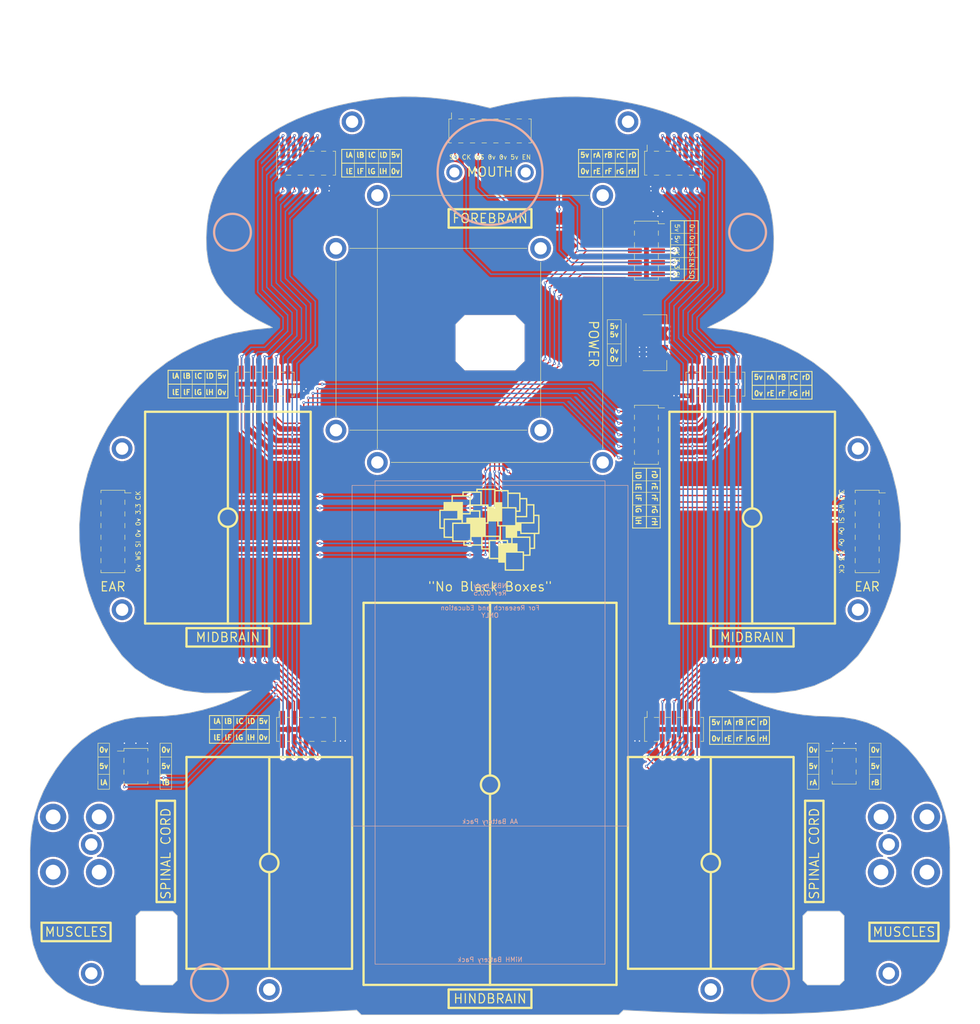
<source format=kicad_pcb>
(kicad_pcb (version 20240108) (generator "pcbnew") (generator_version "8.0")
  (title_block (title "NB3 Body Board") (date "2023-11-23") (rev "0.0.5") (company "Voight-Kampff"))
  (layers (0 "F.Cu" signal) (31 "B.Cu" power) (34 "B.Paste" user) (35 "F.Paste" user) (36 "B.SilkS" user "B.Silkscreen") (37 "F.SilkS" user "F.Silkscreen") (38 "B.Mask" user) (39 "F.Mask" user) (44 "Edge.Cuts" user))
  (net 0 "")
  (net 1 "+5V")
  (net 2 "/LA")
  (net 3 "/LB")
  (net 4 "/LC")
  (net 5 "/LD")
  (net 6 "/LH")
  (net 7 "/LG")
  (net 8 "/LF")
  (net 9 "/LE")
  (net 10 "GND")
  (net 11 "/RA")
  (net 12 "/RB")
  (net 13 "/RC")
  (net 14 "/RD")
  (net 15 "/RH")
  (net 16 "/RG")
  (net 17 "/RF")
  (net 18 "/RE")
  (net 19 "/SCK")
  (net 20 "+3V3")
  (net 21 "/SDI")
  (net 22 "/WS")
  (net 23 "/EN")
  (net 24 "/SDO")
  (footprint "MountingHole:MountingHole_3.2mm_M3_ISO7380_Pad" (layer "F.Cu") (at 219.5 180)
    (property "Reference" "H17" (hide yes))
    (property "Value" "MountingHole" (hide yes))
  )
  (footprint "MountingHole:MountingHole_2.7mm_M2.5_ISO7380_Pad" (layer "F.Cu") (at 37.8 186)
    (property "Reference" "H23" (hide yes))
    (property "Value" "MountingHole" (hide yes))
  )
  (footprint "MountingHole:MountingHole_2.7mm_M2.5_ISO7380_Pad" (layer "F.Cu") (at 100 45)
    (property "Reference" "H1" (hide yes))
    (property "Value" "MountingHole" (hide yes))
  )
  (footprint "MountingHole:MountingHole_2.7mm_M2.5_ISO7380_Pad" (layer "F.Cu") (at 100 103)
    (property "Reference" "H3" (hide yes))
    (property "Value" "MountingHole" (hide yes))
  )
  (footprint "MountingHole:MountingHole_2.7mm_M2.5_ISO7380_Pad" (layer "F.Cu") (at 211.2 214)
    (property "Reference" "H26" (hide yes))
    (property "Value" "MountingHole" (hide yes))
  )
  (footprint "Connector_PinSocket_2.54mm:PinSocket_2x05_P2.54mm_Vertical_SMD" (layer "F.Cu") (at 84.5 38 90)
    (property "Reference" "J1" (hide yes))
    (property "Value" "Conn_02x05_Counter_Clockwise" (hide yes))
  )
  (footprint "NB3_body:Logo_NBB_30mm" (layer "F.Cu") (at 124.5 117)
    (property "Reference" "G***" (hide yes))
    (property "Value" "LOGO" (hide yes))
  )
  (footprint "Connector_PinSocket_2.54mm:PinSocket_2x05_P2.54mm_Vertical_SMD" (layer "F.Cu") (at 164.5 38 90)
    (property "Reference" "J2" (hide yes))
    (property "Value" "Conn_02x05_Counter_Clockwise" (hide yes))
  )
  (footprint "Connector_PinHeader_2.54mm:PinHeader_2x03_P2.54mm_Vertical_SMD" (layer "F.Cu") (at 47.5 169)
    (property "Reference" "J12" (hide yes))
    (property "Value" "Conn_02x03_Top_Bottom" (hide yes))
  )
  (footprint "Connector_PinHeader_2.54mm:PinHeader_2x03_P2.54mm_Vertical_SMD" (layer "F.Cu") (at 201.5 169)
    (property "Reference" "J13" (hide yes))
    (property "Value" "Conn_02x03_Top_Bottom" (hide yes))
  )
  (footprint "MountingHole:MountingHole_2.7mm_M2.5_ISO7380_Pad" (layer "F.Cu") (at 37.8 214)
    (property "Reference" "H25" (hide yes))
    (property "Value" "MountingHole" (hide yes))
  )
  (footprint "MountingHole:MountingHole_2.7mm_M2.5_ISO7380_Pad" (layer "F.Cu") (at 149 45)
    (property "Reference" "H2" (hide yes))
    (property "Value" "MountingHole" (hide yes))
  )
  (footprint "MountingHole:MountingHole_2.7mm_M2.5_ISO7380_Pad" (layer "F.Cu") (at 204.5 100)
    (property "Reference" "H29" (hide yes))
    (property "Value" "MountingHole" (hide yes))
  )
  (footprint "Connector_PinSocket_2.54mm:PinSocket_2x05_P2.54mm_Vertical_SMD" (layer "F.Cu") (at 173.5 86 90)
    (property "Reference" "J4" (hide yes))
    (property "Value" "Conn_02x05_Counter_Clockwise" (hide yes))
  )
  (footprint "MountingHole:MountingHole_2.7mm_M2.5_ISO7380_Pad" (layer "F.Cu") (at 149 103)
    (property "Reference" "H4" (hide yes))
    (property "Value" "MountingHole" (hide yes))
  )
  (footprint "MountingHole:MountingHole_2.7mm_M2.5_ISO7380_Pad" (layer "F.Cu") (at 135.5 56.5)
    (property "Reference" "H20" (hide yes))
    (property "Value" "MountingHole" (hide yes))
  )
  (footprint "Connector_PinSocket_2.54mm:PinSocket_2x07_P2.54mm_Vertical_SMD" (layer "F.Cu") (at 42.5 118)
    (property "Reference" "J7" (hide yes))
    (property "Value" "Conn_02x07_Odd_Even" (hide yes))
  )
  (footprint "MountingHole:MountingHole_3.2mm_M3_ISO7380_Pad" (layer "F.Cu") (at 29.5 192)
    (property "Reference" "H12" (hide yes))
    (property "Value" "MountingHole" (hide yes))
  )
  (footprint "MountingHole:MountingHole_3.2mm_M3_ISO7380_Pad" (layer "F.Cu") (at 29.5 180)
    (property "Reference" "H11" (hide yes))
    (property "Value" "MountingHole" (hide yes))
  )
  (footprint "MountingHole:MountingHole_2.2mm_M2_ISO7380_Pad" (layer "F.Cu") (at 116.75 40)
    (property "Reference" "H9" (hide yes))
    (property "Value" "MountingHole" (hide yes))
  )
  (footprint "MountingHole:MountingHole_2.7mm_M2.5_ISO7380_Pad" (layer "F.Cu") (at 94.5 29)
    (property "Reference" "H7" (hide yes))
    (property "Value" "MountingHole" (hide yes))
  )
  (footprint "MountingHole:MountingHole_2.7mm_M2.5_ISO7380_Pad" (layer "F.Cu") (at 204.5 135)
    (property "Reference" "H30" (hide yes))
    (property "Value" "MountingHole" (hide yes))
  )
  (footprint "MountingHole:MountingHole_3.2mm_M3_ISO7380_Pad" (layer "F.Cu") (at 219.5 192)
    (property "Reference" "H18" (hide yes))
    (property "Value" "MountingHole" (hide yes))
  )
  (footprint "MountingHole:MountingHole_2.7mm_M2.5_ISO7380_Pad" (layer "F.Cu") (at 91 96)
    (property "Reference" "H21" (hide yes))
    (property "Value" "MountingHole" (hide yes))
  )
  (footprint "MountingHole:MountingHole_2.7mm_M2.5_ISO7380_Pad" (layer "F.Cu") (at 135.5 96)
    (property "Reference" "H22" (hide yes))
    (property "Value" "MountingHole" (hide yes))
  )
  (footprint "MountingHole:MountingHole_2.7mm_M2.5_ISO7380_Pad" (layer "F.Cu") (at 211.2 186)
    (property "Reference" "H24" (hide yes))
    (property "Value" "MountingHole" (hide yes))
  )
  (footprint "MountingHole:MountingHole_3.2mm_M3_ISO7380_Pad" (layer "F.Cu") (at 39.5 180)
    (property "Reference" "H13" (hide yes))
    (property "Value" "MountingHole" (hide yes))
  )
  (footprint "MountingHole:MountingHole_2.7mm_M2.5_ISO7380_Pad" (layer "F.Cu") (at 44.5 100)
    (property "Reference" "H27" (hide yes))
    (property "Value" "MountingHole" (hide yes))
  )
  (footprint "MountingHole:MountingHole_2.7mm_M2.5_ISO7380_Pad" (layer "F.Cu") (at 91 56.5)
    (property "Reference" "H19" (hide yes))
    (property "Value" "MountingHole" (hide yes))
  )
  (footprint "MountingHole:MountingHole_2.7mm_M2.5_ISO7380_Pad" (layer "F.Cu") (at 172.5 217.5)
    (property "Reference" "H6" (hide yes))
    (property "Value" "MountingHole" (hide yes))
  )
  (footprint "Connector_PinSocket_2.54mm:PinSocket_2x07_P2.54mm_Vertical_SMD" (layer "F.Cu") (at 124.5 31 90)
    (property "Reference" "J9" (hide yes))
    (property "Value" "Conn_02x07_Odd_Even" (hide yes))
  )
  (footprint "MountingHole:MountingHole_2.7mm_M2.5_ISO7380_Pad" (layer "F.Cu") (at 76.5 217.5)
    (property "Reference" "H5" (hide yes))
    (property "Value" "MountingHole" (hide yes))
  )
  (footprint "Connector_PinSocket_2.54mm:PinSocket_2x05_P2.54mm_Vertical_SMD" (layer "F.Cu") (at 158.5 97)
    (property "Reference" "J15" (hide yes))
    (property "Value" "Conn_02x05_Counter_Clockwise" (hide yes))
  )
  (footprint "Connector_PinSocket_2.54mm:PinSocket_2x05_P2.54mm_Vertical_SMD" (layer "F.Cu") (at 75.5 86 90)
    (property "Reference" "J3" (hide yes))
    (property "Value" "Conn_02x05_Counter_Clockwise" (hide yes))
  )
  (footprint "Connector_PinSocket_2.54mm:PinSocket_2x05_P2.54mm_Vertical_SMD" (layer "F.Cu") (at 84.5 161 90)
    (property "Reference" "J5" (hide yes))
    (property "Value" "Conn_02x05_Counter_Clockwise" (hide yes))
  )
  (footprint "MountingHole:MountingHole_2.7mm_M2.5_ISO7380_Pad" (layer "F.Cu") (at 154.5 29)
    (property "Reference" "H8" (hide yes))
    (property "Value" "MountingHole" (hide yes))
  )
  (footprint "MountingHole:MountingHole_2.2mm_M2_ISO7380_Pad" (layer "F.Cu") (at 132.25 40)
    (property "Reference" "H10" (hide yes))
    (property "Value" "MountingHole" (hide yes))
  )
  (footprint "MountingHole:MountingHole_3.2mm_M3_ISO7380_Pad" (layer "F.Cu") (at 209.5 180)
    (property "Reference" "H15" (hide yes))
    (property "Value" "MountingHole" (hide yes))
  )
  (footprint "MountingHole:MountingHole_3.2mm_M3_ISO7380_Pad" (layer "F.Cu") (at 39.5 192)
    (property "Reference" "H14" (hide yes))
    (property "Value" "MountingHole" (hide yes))
  )
  (footprint "MountingHole:MountingHole_3.2mm_M3_ISO7380_Pad" (layer "F.Cu") (at 209.5 192)
    (property "Reference" "H16" (hide yes))
    (property "Value" "MountingHole" (hide yes))
  )
  (footprint "NB3_body:Connector_S4B-PH-SM4-TB(LF)(SN)" (layer "F.Cu") (at 158.5 77 90)
    (property "Reference" "J10" (hide yes))
    (property "Value" "JST SH 4-way Socket" (hide yes))
  )
  (footprint "Connector_PinSocket_2.54mm:PinSocket_2x07_P2.54mm_Vertical_SMD" (layer "F.Cu") (at 206.5 118)
    (property "Reference" "J8" (hide yes))
    (property "Value" "Conn_02x07_Odd_Even" (hide yes))
  )
  (footprint "Connector_PinSocket_2.54mm:PinSocket_2x05_P2.54mm_Vertical_SMD" (layer "F.Cu") (at 158.5 57)
    (property "Reference" "J14" (hide yes))
    (property "Value" "Conn_02x05_Counter_Clockwise" (hide yes))
  )
  (footprint "MountingHole:MountingHole_2.7mm_M2.5_ISO7380_Pad" (layer "F.Cu") (at 44.5 135)
    (property "Reference" "H28" (hide yes))
    (property "Value" "MountingHole" (hide yes))
  )
  (footprint "Connector_PinSocket_2.54mm:PinSocket_2x05_P2.54mm_Vertical_SMD" (layer "F.Cu") (at 164.5 161 90)
    (property "Reference" "J6" (hide yes))
    (property "Value" "Conn_02x05_Counter_Clockwise" (hide yes))
  )
  (gr_circle (center 185.5 216) (end 189.5 216) (stroke (width 0.5)) (fill none) (layer "B.SilkS"))
  (gr_circle (center 68.5 53) (end 72.5 53) (stroke (width 0.5)) (fill none) (layer "B.SilkS"))
  (gr_circle (center 124.5 40) (end 135.9 40) (stroke (width 0.5)) (fill none) (layer "B.SilkS"))
  (gr_circle (center 63.5 216) (end 67.5 216) (stroke (width 0.5)) (fill none) (layer "B.SilkS"))
  (gr_rect (start 94.5 108) (end 154.5 182) (stroke (width 0.12)) (fill none) (layer "B.SilkS"))
  (gr_circle (center 180.5 53) (end 184.5 53) (stroke (width 0.5)) (fill none) (layer "B.SilkS"))
  (gr_rect (start 99.5 107) (end 149.5 212) (stroke (width 0.12)) (fill none) (layer "B.SilkS"))
  (gr_line (start 161.5 117.25) (end 161.5 104.25) (stroke (width 0.2)) (layer "F.SilkS"))
  (gr_rect (start 27 203) (end 42 207) (stroke (width 0.5)) (fill none) (layer "F.SilkS"))
  (gr_line (start 56 176.5) (end 56 198.5) (stroke (width 0.5)) (layer "F.SilkS"))
  (gr_line (start 58.5 139) (end 58.5 143) (stroke (width 0.5)) (layer "F.SilkS"))
  (gr_line (start 85.5 138) (end 85.5 92) (stroke (width 0.5)) (layer "F.SilkS"))
  (gr_rect (start 207 164) (end 209.5 174) (stroke (width 0.12)) (fill none) (layer "F.SilkS"))
  (gr_line (start 63.5 164) (end 76.5 164) (stroke (width 0.2)) (layer "F.SilkS"))
  (gr_line (start 67.5 89) (end 67.5 83) (stroke (width 0.2)) (layer "F.SilkS"))
  (gr_line (start 161.5 112.25) (end 155.5 112.25) (stroke (width 0.12)) (layer "F.SilkS"))
  (gr_line (start 169.75 55.75) (end 163.75 55.75) (stroke (width 0.12)) (layer "F.SilkS"))
  (gr_line (start 76.5 139) (end 58.5 139) (stroke (width 0.5)) (layer "F.SilkS"))
  (gr_line (start 181.5 86.25) (end 194.5 86.25) (stroke (width 0.2)) (layer "F.SilkS"))
  (gr_line (start 161.5 109.5) (end 155.5 109.5) (stroke (width 0.12)) (layer "F.SilkS"))
  (gr_line (start 124.5 175) (end 124.5 216.5) (stroke (width 0.5)) (layer "F.SilkS"))
  (gr_line (start 181.5 83.25) (end 181.5 89.25) (stroke (width 0.2)) (layer "F.SilkS"))
  (gr_line (start 151.75 35) (end 151.75 41) (stroke (width 0.12)) (layer "F.SilkS"))
  (gr_line (start 163.5 92) (end 163.5 138) (stroke (width 0.5)) (layer "F.SilkS"))
  (gr_line (start 190.5 167) (end 154.5 167) (stroke (width 0.5)) (layer "F.SilkS"))
  (gr_line (start 199.5 92) (end 163.5 92) (stroke (width 0.5)) (layer "F.SilkS"))
  (gr_line (start 149 35) (end 149 41) (stroke (width 0.12)) (layer "F.SilkS"))
  (gr_line (start 189.5 83.25) (end 189.5 89.25) (stroke (width 0.12)) (layer "F.SilkS"))
  (gr_line (start 146 45) (end 103 45) (stroke (width 0.12)) (layer "F.SilkS"))
  (gr_line (start 161.5 107) (end 155.5 107) (stroke (width 0.12)) (layer "F.SilkS"))
  (gr_line (start 52.75 167) (end 55.25 167) (stroke (width 0.12)) (layer "F.SilkS"))
  (gr_line (start 207 170.75) (end 209.5 170.75) (stroke (width 0.12)) (layer "F.SilkS"))
  (gr_line (start 190.5 143) (end 172.5 143) (stroke (width 0.5)) (layer "F.SilkS"))
  (gr_line (start 154.5 167) (end 154.5 213) (stroke (width 0.5)) (layer "F.SilkS"))
  (gr_line (start 85.5 92) (end 49.5 92) (stroke (width 0.5)) (layer "F.SilkS"))
  (gr_line (start 76.5 164) (end 76.5 158) (stroke (width 0.2)) (layer "F.SilkS"))
  (gr_line (start 54.5 83) (end 54.5 89) (stroke (width 0.2)) (layer "F.SilkS"))
  (gr_line (start 199.5 138) (end 199.5 92) (stroke (width 0.5)) (layer "F.SilkS"))
  (gr_line (start 163.75 63.5) (end 169.75 63.5) (stroke (width 0.2)) (layer "F.SilkS"))
  (gr_line (start 156.75 41) (end 156.75 35) (stroke (width 0.2)) (layer "F.SilkS"))
  (gr_line (start 67.5 92.25) (end 67.5 112.75) (stroke (width 0.5)) (layer "F.SilkS"))
  (gr_line (start 92.25 38) (end 105.25 38) (stroke (width 0.2)) (layer "F.SilkS"))
  (gr_line (start 172.25 164.25) (end 185.25 164.25) (stroke (width 0.2)) (layer "F.SilkS"))
  (gr_circle (center 181.5 115) (end 183.5 115) (stroke (width 0.5)) (fill none) (layer "F.SilkS"))
  (gr_line (start 193.5 167) (end 196 167) (stroke (width 0.12)) (layer "F.SilkS"))
  (gr_line (start 59.75 83) (end 59.75 89) (stroke (width 0.12)) (layer "F.SilkS"))
  (gr_line (start 49.5 138) (end 85.5 138) (stroke (width 0.5)) (layer "F.SilkS"))
  (gr_line (start 76.5 143) (end 58.5 143) (stroke (width 0.5)) (layer "F.SilkS"))
  (gr_line (start 100.25 35) (end 100.25 41) (stroke (width 0.12)) (layer "F.SilkS"))
  (gr_circle (center 124.5 173) (end 126.5 173) (stroke (width 0.5)) (fill none) (layer "F.SilkS"))
  (gr_line (start 193.5 170.75) (end 196 170.75) (stroke (width 0.12)) (layer "F.SilkS"))
  (gr_line (start 169.75 53.25) (end 163.75 53.25) (stroke (width 0.12)) (layer "F.SilkS"))
  (gr_line (start 143.75 41) (end 156.75 41) (stroke (width 0.2)) (layer "F.SilkS"))
  (gr_line (start 181.5 89.25) (end 194.5 89.25) (stroke (width 0.2)) (layer "F.SilkS"))
  (gr_line (start 39.25 170.75) (end 41.75 170.75) (stroke (width 0.12)) (layer "F.SilkS"))
  (gr_line (start 133.5 48) (end 133.5 52) (stroke (width 0.5)) (layer "F.SilkS"))
  (gr_line (start 133.5 217.5) (end 133.5 221.5) (stroke (width 0.5)) (layer "F.SilkS"))
  (gr_line (start 67.5 83) (end 54.5 83) (stroke (width 0.2)) (layer "F.SilkS"))
  (gr_line (start 133.5 217.5) (end 115.5 217.5) (stroke (width 0.5)) (layer "F.SilkS"))
  (gr_line (start 177.5 158.25) (end 177.5 164.25) (stroke (width 0.12)) (layer "F.SilkS"))
  (gr_line (start 74 158) (end 74 164) (stroke (width 0.12)) (layer "F.SilkS"))
  (gr_line (start 94.5 213) (end 94.5 167) (stroke (width 0.5)) (layer "F.SilkS"))
  (gr_line (start 52 176.5) (end 52 198.5) (stroke (width 0.5)) (layer "F.SilkS"))
  (gr_line (start 193 176.5) (end 193 198.5) (stroke (width 0.5)) (layer "F.SilkS"))
  (gr_line (start 169.75 63.5) (end 169.75 50.5) (stroke (width 0.2)) (layer "F.SilkS"))
  (gr_line (start 172.25 158.25) (end 172.25 164.25) (stroke (width 0.2)) (layer "F.SilkS"))
  (gr_line (start 194.5 89.25) (end 194.5 83.25) (stroke (width 0.2)) (layer "F.SilkS"))
  (gr_line (start 68.75 158) (end 68.75 164) (stroke (width 0.12)) (layer "F.SilkS"))
  (gr_line (start 65 83) (end 65 89) (stroke (width 0.12)) (layer "F.SilkS"))
  (gr_line (start 135.5 59.5) (end 135.5 93) (stroke (width 0.12)) (layer "F.SilkS"))
  (gr_line (start 155.5 104.25) (end 155.5 117.25) (stroke (width 0.2)) (layer "F.SilkS"))
  (gr_line (start 67.5 117) (end 67.5 138) (stroke (width 0.5)) (layer "F.SilkS"))
  (gr_line (start 100 48) (end 100 100) (stroke (width 0.12)) (layer "F.SilkS"))
  (gr_line (start 71.5 158) (end 71.5 164) (stroke (width 0.12)) (layer "F.SilkS"))
  (gr_line (start 57.25 83) (end 57.25 89) (stroke (width 0.12)) (layer "F.SilkS"))
  (gr_line (start 97 133.5) (end 97 216.5) (stroke (width 0.5)) (layer "F.SilkS"))
  (gr_line (start 150 77.25) (end 153 77.25) (stroke (width 0.12)) (layer "F.SilkS"))
  (gr_line (start 102.75 35) (end 102.75 41) (stroke (width 0.12)) (layer "F.SilkS"))
  (gr_rect (start 150 72) (end 153 82) (stroke (width 0.12)) (fill none) (layer "F.SilkS"))
  (gr_line (start 92.25 41) (end 105.25 41) (stroke (width 0.2)) (layer "F.SilkS"))
  (gr_line (start 192 83.25) (end 192 89.25) (stroke (width 0.12)) (layer "F.SilkS"))
  (gr_line (start 185.25 158.25) (end 172.25 158.25) (stroke (width 0.2)) (layer "F.SilkS"))
  (gr_circle (center 67.5 115) (end 69.5 115) (stroke (width 0.5)) (fill none) (layer "F.SilkS"))
  (gr_line (start 175 158.25) (end 175 164.25) (stroke (width 0.12)) (layer "F.SilkS"))
  (gr_line (start 181.5 117) (end 181.5 138) (stroke (width 0.5)) (layer "F.SilkS"))
  (gr_line (start 105.25 41) (end 105.25 35) (stroke (width 0.2)) (layer "F.SilkS"))
  (gr_line (start 94 56.5) (end 132.5 56.5) (stroke (width 0.12)) (layer "F.SilkS"))
  (gr_line (start 91 93) (end 91 59.5) (stroke (width 0.12)) (layer "F.SilkS"))
  (gr_line (start 186.75 83.25) (end 186.75 89.25) (stroke (width 0.12)) (layer "F.SilkS"))
  (gr_line (start 166.75 50.5) (end 166.75 63.5) (stroke (width 0.2)) (layer "F.SilkS"))
  (gr_line (start 94.5 167) (end 58.5 167) (stroke (width 0.5)) (layer "F.SilkS"))
  (gr_line (start 115.5 217.5) (end 115.5 221.5) (stroke (width 0.5)) (layer "F.SilkS"))
  (gr_line (start 105.25 35) (end 92.25 35) (stroke (width 0.2)) (layer "F.SilkS"))
  (gr_line (start 156.75 35) (end 143.75 35) (stroke (width 0.2)) (layer "F.SilkS"))
  (gr_line (start 76.5 167) (end 76.5 188) (stroke (width 0.5)) (layer "F.SilkS"))
  (gr_line (start 133.5 221.5) (end 115.5 221.5) (stroke (width 0.5)) (layer "F.SilkS"))
  (gr_line (start 194.5 83.25) (end 181.5 83.25) (stroke (width 0.2)) (layer "F.SilkS"))
  (gr_line (start 207 167) (end 209.5 167) (stroke (width 0.12)) (layer "F.SilkS"))
  (gr_line (start 76.5 158) (end 63.5 158) (stroke (width 0.2)) (layer "F.SilkS"))
  (gr_line (start 62.5 83) (end 62.5 89) (stroke (width 0.12)) (layer "F.SilkS"))
  (gr_line (start 154.5 213) (end 190.5 213) (stroke (width 0.5)) (layer "F.SilkS"))
  (gr_line (start 154.25 35) (end 154.25 41) (stroke (width 0.12)) (layer "F.SilkS"))
  (gr_line (start 76.5 139) (end 76.5 143) (stroke (width 0.5)) (layer "F.SilkS"))
  (gr_line (start 58.5 167) (end 58.5 213) (stroke (width 0.5)) (layer "F.SilkS"))
  (gr_line (start 184.25 83.25) (end 184.25 89.25) (stroke (width 0.12)) (layer "F.SilkS"))
  (gr_line (start 54.5 89) (end 67.5 89) (stroke (width 0.2)) (layer "F.SilkS"))
  (gr_line (start 158.5 104.25) (end 158.5 117.25) (stroke (width 0.2)) (layer "F.SilkS"))
  (gr_line (start 182.75 158.25) (end 182.75 164.25) (stroke (width 0.12)) (layer "F.SilkS"))
  (gr_line (start 146.5 35) (end 146.5 41) (stroke (width 0.12)) (layer "F.SilkS"))
  (gr_line (start 132.5 96) (end 94 96) (stroke (width 0.12)) (layer "F.SilkS"))
  (gr_rect (start 39.25 164) (end 41.75 174) (stroke (width 0.12)) (fill none) (layer "F.SilkS"))
  (gr_line (start 152 133.5) (end 97 133.5) (stroke (width 0.5)) (layer "F.SilkS"))
  (gr_line (start 66.25 158) (end 66.25 164) (stroke (width 0.12)) (layer "F.SilkS"))
  (gr_line (start 161.5 104.25) (end 155.5 104.25) (stroke (width 0.2)) (layer "F.SilkS"))
  (gr_line (start 54.5 86) (end 67.5 86) (stroke (width 0.2)) (layer "F.SilkS"))
  (gr_line (start 172.5 192) (end 172.5 213) (stroke (width 0.5)) (layer "F.SilkS"))
  (gr_line (start 76.5 192) (end 76.5 213) (stroke (width 0.5)) (layer "F.SilkS"))
  (gr_line (start 169.75 58.5) (end 163.75 58.5) (stroke (width 0.12)) (layer "F.SilkS"))
  (gr_line (start 103 103) (end 146 103) (stroke (width 0.12)) (layer "F.SilkS"))
  (gr_line (start 190.5 139) (end 190.5 143) (stroke (width 0.5)) (layer "F.SilkS"))
  (gr_circle (center 76.5 190) (end 78.5 190) (stroke (width 0.5)) (fill none) (layer "F.SilkS"))
  (gr_line (start 124.5 133.5) (end 124.5 171) (stroke (width 0.5)) (layer "F.SilkS"))
  (gr_rect (start 193.5 164) (end 196 174) (stroke (width 0.12)) (fill none) (layer "F.SilkS"))
  (gr_line (start 58.5 213) (end 94.5 213) (stroke (width 0.5)) (layer "F.SilkS"))
  (gr_line (start 169.75 61) (end 163.75 61) (stroke (width 0.12)) (layer "F.SilkS"))
  (gr_line (start 180.25 158.25) (end 180.25 164.25) (stroke (width 0.12)) (layer "F.SilkS"))
  (gr_line (start 193 198.5) (end 197 198.5) (stroke (width 0.5)) (layer "F.SilkS"))
  (gr_line (start 172.5 167) (end 172.5 188) (stroke (width 0.5)) (layer "F.SilkS"))
  (gr_line (start 52 176.5) (end 56 176.5) (stroke (width 0.5)) (layer "F.SilkS"))
  (gr_line (start 143.75 38) (end 156.75 38) (stroke (width 0.2)) (layer "F.SilkS"))
  (gr_line (start 115.5 48) (end 115.5 52) (stroke (width 0.5)) (layer "F.SilkS"))
  (gr_rect (start 52.75 164) (end 55.25 174) (stroke (width 0.12)) (fill none) (layer "F.SilkS"))
  (gr_line (start 63.5 161) (end 76.5 161) (stroke (width 0.2)) (layer "F.SilkS"))
  (gr_line (start 97.5 35) (end 97.5 41) (stroke (width 0.12)) (layer "F.SilkS"))
  (gr_line (start 52 198.5) (end 56 198.5) (stroke (width 0.5)) (layer "F.SilkS"))
  (gr_line (start 163.75 50.5) (end 163.75 63.5) (stroke (width 0.2)) (layer "F.SilkS"))
  (gr_line (start 39.25 167) (end 41.75 167) (stroke (width 0.12)) (layer "F.SilkS"))
  (gr_line (start 185.25 164.25) (end 185.25 158.25) (stroke (width 0.2)) (layer "F.SilkS"))
  (gr_line (start 133.5 48) (end 115.5 48) (stroke (width 0.5)) (layer "F.SilkS"))
  (gr_line (start 190.5 139) (end 172.5 139) (stroke (width 0.5)) (layer "F.SilkS"))
  (gr_line (start 172.25 161.25) (end 185.25 161.25) (stroke (width 0.2)) (layer "F.SilkS"))
  (gr_line (start 49.5 92) (end 49.5 138) (stroke (width 0.5)) (layer "F.SilkS"))
  (gr_line (start 161.5 114.75) (end 155.5 114.75) (stroke (width 0.12)) (layer "F.SilkS"))
  (gr_line (start 97 216.5) (end 152 216.5) (stroke (width 0.5)) (layer "F.SilkS"))
  (gr_circle (center 172.5 190) (end 174.5 190) (stroke (width 0.5)) (fill none) (layer "F.SilkS"))
  (gr_line (start 190.5 213) (end 190.5 167) (stroke (width 0.5)) (layer "F.SilkS"))
  (gr_line (start 63.5 158) (end 63.5 164) (stroke (width 0.2)) (layer "F.SilkS"))
  (gr_line (start 92.25 35) (end 92.25 41) (stroke (width 0.2)) (layer "F.SilkS"))
  (gr_line (start 95 35) (end 95 41) (stroke (width 0.12)) (layer "F.SilkS"))
  (gr_line (start 163.5 138) (end 199.5 138) (stroke (width 0.5)) (layer "F.SilkS"))
  (gr_line (start 197 176.5) (end 197 198.5) (stroke (width 0.5)) (layer "F.SilkS"))
  (gr_line (start 193 176.5) (end 197 176.5) (stroke (width 0.5)) (layer "F.SilkS"))
  (gr_line (start 133.5 52) (end 115.5 52) (stroke (width 0.5)) (layer "F.SilkS"))
  (gr_line (start 155.5 117.25) (end 161.5 117.25) (stroke (width 0.2)) (layer "F.SilkS"))
  (gr_line (start 52.75 170.75) (end 55.25 170.75) (stroke (width 0.12)) (layer "F.SilkS"))
  (gr_line (start 181.5 92.25) (end 181.5 112.75) (stroke (width 0.5)) (layer "F.SilkS"))
  (gr_line (start 149 100) (end 149 48) (stroke (width 0.12)) (layer "F.SilkS"))
  (gr_rect (start 207 203) (end 222 207) (stroke (width 0.5)) (fill none) (layer "F.SilkS"))
  (gr_line (start 152 216.5) (end 152 133.5) (stroke (width 0.5)) (layer "F.SilkS"))
  (gr_line (start 169.75 50.5) (end 163.75 50.5) (stroke (width 0.2)) (layer "F.SilkS"))
  (gr_line (start 143.75 35) (end 143.75 41) (stroke (width 0.2)) (layer "F.SilkS"))
  (gr_line (start 172.5 139) (end 172.5 143) (stroke (width 0.5)) (layer "F.SilkS"))
  (gr_line (start 71.846757 35.1417) (end 70.339733 36.543554) (stroke (width 0.13)) (layer "Edge.Cuts"))
  (gr_line (start 213.802691 116.412025) (end 213.778568 120.120803) (stroke (width 0.13)) (layer "Edge.Cuts"))
  (gr_line (start 193.5 216.5) (end 200.5 216.5) (stroke (width 0.13)) (layer "Edge.Cuts"))
  (gr_line (start 48.5 216.5) (end 47.5 215.5) (stroke (width 0.13)) (layer "Edge.Cuts"))
  (gr_line (start 124.5 26) (end 127.864185 25.197585) (stroke (width 0.13)) (layer "Edge.Cuts"))
  (gr_line (start 200.716962 222.185507) (end 195.534296 222.543644) (stroke (width 0.13)) (layer "Edge.Cuts"))
  (gr_line (start 195.534296 222.543644) (end 189.830759 222.773567) (stroke (width 0.13)) (layer "Edge.Cuts"))
  (gr_line (start 48.5 200.5) (end 55.5 200.5) (stroke (width 0.13)) (layer "Edge.Cuts"))
  (gr_line (start 47.264999 147.756104) (end 50.439251 149.918461) (stroke (width 0.13)) (layer "Edge.Cuts"))
  (gr_line (start 45.726116 89.180238) (end 43.408174 92.199118) (stroke (width 0.13)) (layer "Edge.Cuts"))
  (gr_line (start 184.282652 155.95788) (end 186.9935 156.750907) (stroke (width 0.13)) (layer "Edge.Cuts"))
  (gr_line (start 208.798328 138.24918) (end 206.830355 141.791752) (stroke (width 0.13)) (layer "Edge.Cuts"))
  (gr_line (start 172.186415 31.414994) (end 173.916318 32.57742) (stroke (width 0.13)) (layer "Edge.Cuts"))
  (gr_line (start 117 81) (end 117 73) (stroke (width 0.05)) (layer "Edge.Cuts"))
  (gr_line (start 67.382589 154.990395) (end 64.717348 155.95788) (stroke (width 0.13)) (layer "Edge.Cuts"))
  (gr_line (start 178.660267 36.543554) (end 180.092997 38.025217) (stroke (width 0.13)) (layer "Edge.Cuts"))
  (gr_line (start 44.508464 145.047201) (end 47.264999 147.756104) (stroke (width 0.13)) (layer "Edge.Cuts"))
  (gr_line (start 176.171575 74.160052) (end 180.317313 74.930998) (stroke (width 0.13)) (layer "Edge.Cuts"))
  (gr_line (start 217.186846 167.319372) (end 218.882587 169.619483) (stroke (width 0.13)) (layer "Edge.Cuts"))
  (gr_line (start 31.813154 167.319372) (end 30.117413 169.619483) (stroke (width 0.13)) (layer "Edge.Cuts"))
  (gr_line (start 37.23765 131.080932) (end 38.557673 134.678907) (stroke (width 0.13)) (layer "Edge.Cuts"))
  (gr_line (start 212.008051 105.399946) (end 212.898222 108.98148) (stroke (width 0.13)) (layer "Edge.Cuts"))
  (gr_line (start 63.732439 47.077969) (end 63.237482 49.290093) (stroke (width 0.13)) (layer "Edge.Cuts"))
  (gr_line (start 54.252761 81.213455) (end 51.183535 83.583738) (stroke (width 0.13)) (layer "Edge.Cuts"))
  (gr_line (start 73.428073 33.819655) (end 71.846757 35.1417) (stroke (width 0.13)) (layer "Edge.Cuts"))
  (gr_line (start 96.5 223) (end 152.5 223) (stroke (width 0.13)) (layer "Edge.Cuts"))
  (gr_line (start 57.53729 79.16304) (end 54.252761 81.213455) (stroke (width 0.13)) (layer "Edge.Cuts"))
  (gr_line (start 213.778568 120.120803) (end 213.430471 123.801881) (stroke (width 0.13)) (layer "Edge.Cuts"))
  (gr_line (start 157.476254 25.43333) (end 159.913638 26.065653) (stroke (width 0.13)) (layer "Edge.Cuts"))
  (gr_line (start 42.169645 141.791752) (end 44.508464 145.047201) (stroke (width 0.13)) (layer "Edge.Cuts"))
  (gr_line (start 25.567584 179.276976) (end 24.988409 181.805612) (stroke (width 0.13)) (layer "Edge.Cuts"))
  (gr_line (start 37.858977 161.764072) (end 35.705118 163.332178) (stroke (width 0.13)) (layer "Edge.Cuts"))
  (gr_line (start 40.201672 138.24918) (end 42.169645 141.791752) (stroke (width 0.13)) (layer "Edge.Cuts"))
  (gr_line (start 84.559426 27.550687) (end 82.469875 28.403397) (stroke (width 0.13)) (layer "Edge.Cuts"))
  (gr_line (start 200.5 216.5) (end 201.5 215.5) (stroke (width 0.13)) (layer "Edge.Cuts"))
  (gr_line (start 117 81) (end 119 83) (stroke (width 0.05)) (layer "Edge.Cuts"))
  (gr_line (start 198.292954 158.178451) (end 201.139737 158.328253) (stroke (width 0.13)) (layer "Edge.Cuts"))
  (gr_line (start 180.268945 68.407396) (end 177.86051 70.316121) (stroke (width 0.13)) (layer "Edge.Cuts"))
  (gr_line (start 35.569529 123.801881) (end 36.241602 127.455257) (stroke (width 0.13)) (layer "Edge.Cuts"))
  (gr_line (start 26.370071 176.794045) (end 25.567584 179.276976) (stroke (width 0.13)) (layer "Edge.Cuts"))
  (gr_line (start 38.557673 134.678907) (end 40.201672 138.24918) (stroke (width 0.13)) (layer "Edge.Cuts"))
  (gr_line (start 130 71) (end 132 73) (stroke (width 0.05)) (layer "Edge.Cuts"))
  (gr_line (start 195.399681 158.08325) (end 198.292954 158.178451) (stroke (width 0.13)) (layer "Edge.Cuts"))
  (gr_line (start 63.971954 61.832032) (end 65.147287 64.165352) (stroke (width 0.13)) (layer "Edge.Cuts"))
  (gr_line (start 96.5 223) (end 95.5 222) (stroke (width 0.13)) (layer "Edge.Cuts"))
  (gr_line (start 48.283038 222.185507) (end 53.465704 222.543644) (stroke (width 0.13)) (layer "Edge.Cuts"))
  (gr_line (start 134.384157 24.063802) (end 137.539945 23.732436) (stroke (width 0.13)) (layer "Edge.Cuts"))
  (gr_line (start 119 71) (end 130 71) (stroke (width 0.05)) (layer "Edge.Cuts"))
  (gr_line (start 169.594918 222.694064) (end 161.807894 222.411139) (stroke (width 0.13)) (layer "Edge.Cuts"))
  (gr_line (start 197.816465 83.583738) (end 200.670388 86.273888) (stroke (width 0.13)) (layer "Edge.Cuts"))
  (gr_line (start 27.899461 213.753323) (end 30.038216 216.17346) (stroke (width 0.13)) (layer "Edge.Cuts"))
  (gr_line (start 76.813585 31.414994) (end 75.083682 32.57742) (stroke (width 0.13)) (layer "Edge.Cuts"))
  (gr_line (start 96.746349 24.389068) (end 94.077075 24.874468) (stroke (width 0.13)) (layer "Edge.Cuts"))
  (gr_line (start 64.717348 155.95788) (end 62.0065 156.750907) (stroke (width 0.13)) (layer "Edge.Cuts"))
  (gr_line (start 99.531567 23.977131) (end 96.746349 24.389068) (stroke (width 0.13)) (layer "Edge.Cuts"))
  (gr_line (start 33.689843 165.183945) (end 31.813154 167.319372) (stroke (width 0.13)) (layer "Edge.Cuts"))
  (gr_line (start 59.250046 157.369478) (end 56.447986 157.813592) (stroke (width 0.13)) (layer "Edge.Cuts"))
  (gr_line (start 79.405082 222.694064) (end 87.192106 222.411139) (stroke (width 0.13)) (layer "Edge.Cuts"))
  (gr_line (start 62.926155 51.637939) (end 62.798458 54.121507) (stroke (width 0.13)) (layer "Edge.Cuts"))
  (gr_line (start 56.5 201.5) (end 56.5 215.5) (stroke (width 0.13)) (layer "Edge.Cuts"))
  (gr_line (start 201.139737 158.328253) (end 203.847936 158.761717) (stroke (width 0.13)) (layer "Edge.Cuts"))
  (gr_line (start 72.576253 152.532057) (end 70.002224 153.848455) (stroke (width 0.13)) (layer "Edge.Cuts"))
  (gr_line (start 222.629929 176.794045) (end 223.432416 179.276976) (stroke (width 0.13)) (layer "Edge.Cuts"))
  (gr_line (start 28.644986 171.965298) (end 27.395872 174.356819) (stroke (width 0.13)) (layer "Edge.Cuts"))
  (gr_line (start 224.011591 181.805612) (end 224.367452 184.379954) (stroke (width 0.13)) (layer "Edge.Cuts"))
  (gr_line (start 131.158904 24.552186) (end 134.384157 24.063802) (stroke (width 0.13)) (layer "Edge.Cuts"))
  (gr_line (start 30.117413 169.619483) (end 28.644986 171.965298) (stroke (width 0.13)) (layer "Edge.Cuts"))
  (gr_line (start 183.60635 222.875279) (end 176.86107 222.848778) (stroke (width 0.13)) (layer "Edge.Cuts"))
  (gr_line (start 75.083682 32.57742) (end 73.428073 33.819655) (stroke (width 0.13)) (layer "Edge.Cuts"))
  (gr_line (start 212.758398 127.455257) (end 211.76235 131.080932) (stroke (width 0.13)) (layer "Edge.Cuts"))
  (gr_line (start 180.092997 38.025217) (end 181.451435 39.586689) (stroke (width 0.13)) (layer "Edge.Cuts"))
  (gr_line (start 175.04104 72.083313) (end 171.810536 73.708974) (stroke (width 0.13)) (layer "Edge.Cuts"))
  (gr_line (start 42.58245 159.478841) (end 40.151421 160.479626) (stroke (width 0.13)) (layer "Edge.Cuts"))
  (gr_line (start 108.373734 23.558085) (end 105.356879 23.540751) (stroke (width 0.13)) (layer "Edge.Cuts"))
  (gr_line (start 39.471285 220.940962) (end 43.621244 221.699159) (stroke (width 0.13)) (layer "Edge.Cuts"))
  (gr_line (start 181.68658 153.10243) (end 176.423747 152.532057) (stroke (width 0.13)) (layer "Edge.Cuts"))
  (gr_line (start 78.61778 30.332377) (end 76.813585 31.414994) (stroke (width 0.13)) (layer "Edge.Cuts"))
  (gr_line (start 178.997776 153.848455) (end 181.617411 154.990395) (stroke (width 0.13)) (layer "Edge.Cuts"))
  (gr_line (start 201.5 215.5) (end 201.5 201.5) (stroke (width 0.13)) (layer "Edge.Cuts"))
  (gr_line (start 132 81) (end 130 83) (stroke (width 0.05)) (layer "Edge.Cuts"))
  (gr_line (start 223.432416 179.276976) (end 224.011591 181.805612) (stroke (width 0.13)) (layer "Edge.Cuts"))
  (gr_line (start 68.682687 74.930998) (end 64.752253 76.021811) (stroke (width 0.13)) (layer "Edge.Cuts"))
  (gr_line (start 171.810536 73.708974) (end 176.171575 74.160052) (stroke (width 0.13)) (layer "Edge.Cuts"))
  (gr_line (start 206.41755 159.478841) (end 208.848579 160.479626) (stroke (width 0.13)) (layer "Edge.Cuts"))
  (gr_line (start 45.152064 158.761717) (end 42.58245 159.478841) (stroke (width 0.13)) (layer "Edge.Cuts"))
  (gr_line (start 66.319089 41.255926) (end 65.273242 43.060886) (stroke (width 0.13)) (layer "Edge.Cuts"))
  (gr_line (start 216.320228 218.178113) (end 213.175872 219.76728) (stroke (width 0.13)) (layer "Edge.Cuts"))
  (gr_line (start 173.916318 32.57742) (end 175.571927 33.819655) (stroke (width 0.13)) (layer "Edge.Cuts"))
  (gr_line (start 222.736493 210.917701) (end 221.100539 213.753323) (stroke (width 0.13)) (layer "Edge.Cuts"))
  (gr_line (start 53.465704 222.543644) (end 59.169241 222.773567) (stroke (width 0.13)) (layer "Edge.Cuts"))
  (gr_line (start 146.59051 23.680433) (end 149.468433 23.977131) (stroke (width 0.13)) (layer "Edge.Cuts"))
  (gr_line (start 177.86051 70.316121) (end 175.04104 72.083313) (stroke (width 0.13)) (layer "Edge.Cuts"))
  (gr_line (start 72.828425 74.160052) (end 68.682687 74.930998) (stroke (width 0.13)) (layer "Edge.Cuts"))
  (gr_line (start 47.5 215.5) (end 47.5 201.5) (stroke (width 0.13)) (layer "Edge.Cuts"))
  (gr_line (start 32.679772 218.178113) (end 35.824128 219.76728) (stroke (width 0.13)) (layer "Edge.Cuts"))
  (gr_line (start 206.830355 141.791752) (end 204.491536 145.047201) (stroke (width 0.13)) (layer "Edge.Cuts"))
  (gr_line (start 70.002224 153.848455) (end 67.382589 154.990395) (stroke (width 0.13)) (layer "Edge.Cuts"))
  (gr_line (start 36.991949 105.399946) (end 36.101778 108.98148) (stroke (width 0.13)) (layer "Edge.Cuts"))
  (gr_line (start 111.460055 23.732436) (end 108.373734 23.558085) (stroke (width 0.13)) (layer "Edge.Cuts"))
  (gr_line (start 176.86107 222.848778) (end 169.594918 222.694064) (stroke (width 0.13)) (layer "Edge.Cuts"))
  (gr_line (start 70.339733 36.543554) (end 68.907003 38.025217) (stroke (width 0.13)) (layer "Edge.Cuts"))
  (gr_line (start 36.101778 108.98148) (end 35.497161 112.675545) (stroke (width 0.13)) (layer "Edge.Cuts"))
  (gr_line (start 54.031218 151.534272) (end 58.040903 152.603537) (stroke (width 0.13)) (layer "Edge.Cuts"))
  (gr_line (start 191.46271 79.16304) (end 194.747239 81.213455) (stroke (width 0.13)) (layer "Edge.Cuts"))
  (gr_line (start 193.5 200.5) (end 192.5 201.5) (stroke (width 0.13)) (layer "Edge.Cuts"))
  (gr_line (start 41.375787 95.330529) (end 39.628954 98.574471) (stroke (width 0.13)) (layer "Edge.Cuts"))
  (gr_line (start 162.235078 26.771439) (end 164.440574 27.550687) (stroke (width 0.13)) (layer "Edge.Cuts"))
  (gr_line (start 137.539945 23.732436) (end 140.626266 23.558085) (stroke (width 0.13)) (layer "Edge.Cuts"))
  (gr_line (start 185.762518 49.290093) (end 186.073845 51.637939) (stroke (width 0.13)) (layer "Edge.Cuts"))
  (gr_line (start 53.600319 158.08325) (end 50.707046 158.178451) (stroke (width 0.13)) (layer "Edge.Cuts"))
  (gr_line (start 213.294882 163.332178) (end 215.310157 165.183945) (stroke (width 0.13)) (layer "Edge.Cuts"))
  (gr_line (start 26.263507 210.917701) (end 27.899461 213.753323) (stroke (width 0.13)) (layer "Edge.Cuts"))
  (gr_line (start 67.548565 39.586689) (end 66.319089 41.255926) (stroke (width 0.13)) (layer "Edge.Cuts"))
  (gr_line (start 43.408174 92.199118) (end 41.375787 95.330529) (stroke (width 0.13)) (layer "Edge.Cuts"))
  (gr_line (start 40.151421 160.479626) (end 37.858977 161.764072) (stroke (width 0.13)) (layer "Edge.Cuts"))
  (gr_line (start 152.253651 24.389068) (end 154.922925 24.874468) (stroke (width 0.13)) (layer "Edge.Cuts"))
  (gr_line (start 186.531697 153.126256) (end 181.68658 153.10243) (stroke (width 0.13)) (layer "Edge.Cuts"))
  (gr_line (start 65.147287 64.165352) (end 66.733654 66.35714) (stroke (width 0.13)) (layer "Edge.Cuts"))
  (gr_line (start 30.038216 216.17346) (end 32.679772 218.178113) (stroke (width 0.13)) (layer "Edge.Cuts"))
  (gr_line (start 91.523746 25.43333) (end 89.086362 26.065653) (stroke (width 0.13)) (layer "Edge.Cuts"))
  (gr_line (start 221.604128 174.356819) (end 222.629929 176.794045) (stroke (width 0.13)) (layer "Edge.Cuts"))
  (gr_line (start 132 73) (end 132 81) (stroke (width 0.05)) (layer "Edge.Cuts"))
  (gr_line (start 205.591826 92.199118) (end 207.624213 95.330529) (stroke (width 0.13)) (layer "Edge.Cuts"))
  (gr_line (start 213.430471 123.801881) (end 212.758398 127.455257) (stroke (width 0.13)) (layer "Edge.Cuts"))
  (gr_line (start 56.5 215.5) (end 55.5 216.5) (stroke (width 0.13)) (layer "Edge.Cuts"))
  (gr_line (start 61.03712 77.432492) (end 57.53729 79.16304) (stroke (width 0.13)) (layer "Edge.Cuts"))
  (gr_line (start 27.395872 174.356819) (end 26.370071 176.794045) (stroke (width 0.13)) (layer "Edge.Cuts"))
  (gr_line (start 187.96288 77.432492) (end 191.46271 79.16304) (stroke (width 0.13)) (layer "Edge.Cuts"))
  (gr_line (start 48.329612 86.273888) (end 45.726116 89.180238) (stroke (width 0.13)) (layer "Edge.Cuts"))
  (gr_line (start 209.371046 98.574471) (end 210.832326 101.930943) (stroke (width 0.13)) (layer "Edge.Cuts"))
  (gr_line (start 87.192106 222.411139) (end 95.5 222) (stroke (width 0.13)) (layer "Edge.Cuts"))
  (gr_line (start 161.807894 222.411139) (end 153.5 222) (stroke (width 0.13)) (layer "Edge.Cuts"))
  (gr_line (start 203.273884 89.180238) (end 205.591826 92.199118) (stroke (width 0.13)) (layer "Edge.Cuts"))
  (gr_line (start 224.5 204) (end 224.5 187) (stroke (width 0.13)) (layer "Edge.Cuts"))
  (gr_line (start 215.310157 165.183945) (end 217.186846 167.319372) (stroke (width 0.13)) (layer "Edge.Cuts"))
  (gr_line (start 66.733654 66.35714) (end 68.731055 68.407396) (stroke (width 0.13)) (layer "Edge.Cuts"))
  (gr_line (start 220.355014 171.965298) (end 221.604128 174.356819) (stroke (width 0.13)) (layer "Edge.Cuts"))
  (gr_line (start 159.913638 26.065653) (end 162.235078 26.771439) (stroke (width 0.13)) (layer "Edge.Cuts"))
  (gr_line (start 39.628954 98.574471) (end 38.167674 101.930943) (stroke (width 0.13)) (layer "Edge.Cuts"))
  (gr_line (start 189.749954 157.369478) (end 192.552014 157.813592) (stroke (width 0.13)) (layer "Edge.Cuts"))
  (gr_line (start 207.624213 95.330529) (end 209.371046 98.574471) (stroke (width 0.13)) (layer "Edge.Cuts"))
  (gr_line (start 80.496268 29.329569) (end 78.61778 30.332377) (stroke (width 0.13)) (layer "Edge.Cuts"))
  (gr_line (start 177.153243 35.1417) (end 178.660267 36.543554) (stroke (width 0.13)) (layer "Edge.Cuts"))
  (gr_line (start 209.528715 220.940962) (end 205.378756 221.699159) (stroke (width 0.13)) (layer "Edge.Cuts"))
  (gr_line (start 185.792345 59.35718) (end 185.028046 61.832032) (stroke (width 0.13)) (layer "Edge.Cuts"))
  (gr_line (start 36.241602 127.455257) (end 37.23765 131.080932) (stroke (width 0.13)) (layer "Edge.Cuts"))
  (gr_line (start 24.988409 181.805612) (end 24.632548 184.379954) (stroke (width 0.13)) (layer "Edge.Cuts"))
  (gr_line (start 82.469875 28.403397) (end 80.496268 29.329569) (stroke (width 0.13)) (layer "Edge.Cuts"))
  (gr_line (start 200.5 200.5) (end 193.5 200.5) (stroke (width 0.13)) (layer "Edge.Cuts"))
  (gr_line (start 186.201542 54.121507) (end 186.14561 56.740796) (stroke (width 0.13)) (layer "Edge.Cuts"))
  (gr_line (start 218.961784 216.17346) (end 216.320228 218.178113) (stroke (width 0.13)) (layer "Edge.Cuts"))
  (gr_line (start 210.832326 101.930943) (end 212.008051 105.399946) (stroke (width 0.13)) (layer "Edge.Cuts"))
  (gr_line (start 64.411026 45.001567) (end 63.732439 47.077969) (stroke (width 0.13)) (layer "Edge.Cuts"))
  (gr_line (start 182.266346 66.35714) (end 180.268945 68.407396) (stroke (width 0.13)) (layer "Edge.Cuts"))
  (gr_line (start 183.726758 43.060886) (end 184.588974 45.001567) (stroke (width 0.13)) (layer "Edge.Cuts"))
  (gr_line (start 43.621244 221.699159) (end 48.283038 222.185507) (stroke (width 0.13)) (layer "Edge.Cuts"))
  (gr_line (start 210.442327 134.678907) (end 208.798328 138.24918) (stroke (width 0.13)) (layer "Edge.Cuts"))
  (gr_line (start 50.707046 158.178451) (end 47.860263 158.328253) (stroke (width 0.13)) (layer "Edge.Cuts"))
  (gr_line (start 182.680911 41.255926) (end 183.726758 43.060886) (stroke (width 0.13)) (layer "Edge.Cuts"))
  (gr_line (start 67.31342 153.10243) (end 72.576253 152.532057) (stroke (width 0.13)) (layer "Edge.Cuts"))
  (gr_line (start 224.5 204) (end 223.869647 207.666593) (stroke (width 0.13)) (layer "Edge.Cuts"))
  (gr_line (start 176.423747 152.532057) (end 178.997776 153.848455) (stroke (width 0.13)) (layer "Edge.Cuts"))
  (gr_line (start 94.077075 24.874468) (end 91.523746 25.43333) (stroke (width 0.13)) (layer "Edge.Cuts"))
  (gr_line (start 102.40949 23.680433) (end 99.531567 23.977131) (stroke (width 0.13)) (layer "Edge.Cuts"))
  (gr_line (start 35.221432 120.120803) (end 35.569529 123.801881) (stroke (width 0.13)) (layer "Edge.Cuts"))
  (gr_line (start 117.841096 24.552186) (end 114.615843 24.063802) (stroke (width 0.13)) (layer "Edge.Cuts"))
  (gr_line (start 143.643121 23.540751) (end 146.59051 23.680433) (stroke (width 0.13)) (layer "Edge.Cuts"))
  (gr_line (start 194.968782 151.534272) (end 190.959097 152.603537) (stroke (width 0.13)) (layer "Edge.Cuts"))
  (gr_line (start 63.207655 59.35718) (end 63.971954 61.832032) (stroke (width 0.13)) (layer "Edge.Cuts"))
  (gr_line (start 68.907003 38.025217) (end 67.548565 39.586689) (stroke (width 0.13)) (layer "Edge.Cuts"))
  (gr_line (start 51.183535 83.583738) (end 48.329612 86.273888) (stroke (width 0.13)) (layer "Edge.Cuts"))
  (gr_line (start 24.632548 184.379954) (end 24.5 187) (stroke (width 0.13)) (layer "Edge.Cuts"))
  (gr_line (start 63.237482 49.290093) (end 62.926155 51.637939) (stroke (width 0.13)) (layer "Edge.Cuts"))
  (gr_line (start 62.0065 156.750907) (end 59.250046 157.369478) (stroke (width 0.13)) (layer "Edge.Cuts"))
  (gr_line (start 62.798458 54.121507) (end 62.85439 56.740796) (stroke (width 0.13)) (layer "Edge.Cuts"))
  (gr_line (start 68.731055 68.407396) (end 71.13949 70.316121) (stroke (width 0.13)) (layer "Edge.Cuts"))
  (gr_line (start 211.141023 161.764072) (end 213.294882 163.332178) (stroke (width 0.13)) (layer "Edge.Cuts"))
  (gr_line (start 47.5 201.5) (end 48.5 200.5) (stroke (width 0.13)) (layer "Edge.Cuts"))
  (gr_line (start 64.752253 76.021811) (end 61.03712 77.432492) (stroke (width 0.13)) (layer "Edge.Cuts"))
  (gr_line (start 50.439251 149.918461) (end 54.031218 151.534272) (stroke (width 0.13)) (layer "Edge.Cuts"))
  (gr_line (start 200.670388 86.273888) (end 203.273884 89.180238) (stroke (width 0.13)) (layer "Edge.Cuts"))
  (gr_line (start 224.367452 184.379954) (end 224.5 187) (stroke (width 0.13)) (layer "Edge.Cuts"))
  (gr_line (start 121.135815 25.197585) (end 117.841096 24.552186) (stroke (width 0.13)) (layer "Edge.Cuts"))
  (gr_line (start 72.13893 222.848778) (end 79.405082 222.694064) (stroke (width 0.13)) (layer "Edge.Cuts"))
  (gr_line (start 24.5 204) (end 24.5 187) (stroke (width 0.13)) (layer "Edge.Cuts"))
  (gr_line (start 203.847936 158.761717) (end 206.41755 159.478841) (stroke (width 0.13)) (layer "Edge.Cuts"))
  (gr_line (start 170.38222 30.332377) (end 172.186415 31.414994) (stroke (width 0.13)) (layer "Edge.Cuts"))
  (gr_line (start 218.882587 169.619483) (end 220.355014 171.965298) (stroke (width 0.13)) (layer "Edge.Cuts"))
  (gr_line (start 56.447986 157.813592) (end 53.600319 158.08325) (stroke (width 0.13)) (layer "Edge.Cuts"))
  (gr_line (start 186.14561 56.740796) (end 185.792345 59.35718) (stroke (width 0.13)) (layer "Edge.Cuts"))
  (gr_line (start 189.830759 222.773567) (end 183.60635 222.875279) (stroke (width 0.13)) (layer "Edge.Cuts"))
  (gr_line (start 62.85439 56.740796) (end 63.207655 59.35718) (stroke (width 0.13)) (layer "Edge.Cuts"))
  (gr_line (start 184.247747 76.021811) (end 187.96288 77.432492) (stroke (width 0.13)) (layer "Edge.Cuts"))
  (gr_line (start 58.040903 152.603537) (end 62.468303 153.126256) (stroke (width 0.13)) (layer "Edge.Cuts"))
  (gr_line (start 55.5 200.5) (end 56.5 201.5) (stroke (width 0.13)) (layer "Edge.Cuts"))
  (gr_line (start 185.267561 47.077969) (end 185.762518 49.290093) (stroke (width 0.13)) (layer "Edge.Cuts"))
  (gr_line (start 35.705118 163.332178) (end 33.689843 165.183945) (stroke (width 0.13)) (layer "Edge.Cuts"))
  (gr_line (start 86.764922 26.771439) (end 84.559426 27.550687) (stroke (width 0.13)) (layer "Edge.Cuts"))
  (gr_line (start 35.197309 116.412025) (end 35.221432 120.120803) (stroke (width 0.13)) (layer "Edge.Cuts"))
  (gr_line (start 186.9935 156.750907) (end 189.749954 157.369478) (stroke (width 0.13)) (layer "Edge.Cuts"))
  (gr_line (start 149.468433 23.977131) (end 152.253651 24.389068) (stroke (width 0.13)) (layer "Edge.Cuts"))
  (gr_line (start 24.5 204) (end 25.130353 207.666593) (stroke (width 0.13)) (layer "Edge.Cuts"))
  (gr_line (start 204.491536 145.047201) (end 201.735001 147.756104) (stroke (width 0.13)) (layer "Edge.Cuts"))
  (gr_line (start 164.440574 27.550687) (end 166.530125 28.403397) (stroke (width 0.13)) (layer "Edge.Cuts"))
  (gr_line (start 192.5 201.5) (end 192.5 215.5) (stroke (width 0.13)) (layer "Edge.Cuts"))
  (gr_line (start 25.130353 207.666593) (end 26.263507 210.917701) (stroke (width 0.13)) (layer "Edge.Cuts"))
  (gr_line (start 73.95896 72.083313) (end 77.189464 73.708974) (stroke (width 0.13)) (layer "Edge.Cuts"))
  (gr_line (start 117 73) (end 119 71) (stroke (width 0.05)) (layer "Edge.Cuts"))
  (gr_line (start 62.468303 153.126256) (end 67.31342 153.10243) (stroke (width 0.13)) (layer "Edge.Cuts"))
  (gr_line (start 208.848579 160.479626) (end 211.141023 161.764072) (stroke (width 0.13)) (layer "Edge.Cuts"))
  (gr_line (start 221.100539 213.753323) (end 218.961784 216.17346) (stroke (width 0.13)) (layer "Edge.Cuts"))
  (gr_line (start 213.175872 219.76728) (end 209.528715 220.940962) (stroke (width 0.13)) (layer "Edge.Cuts"))
  (gr_line (start 77.189464 73.708974) (end 72.828425 74.160052) (stroke (width 0.13)) (layer "Edge.Cuts"))
  (gr_line (start 55.5 216.5) (end 48.5 216.5) (stroke (width 0.13)) (layer "Edge.Cuts"))
  (gr_line (start 166.530125 28.403397) (end 168.503732 29.329569) (stroke (width 0.13)) (layer "Edge.Cuts"))
  (gr_line (start 181.451435 39.586689) (end 182.680911 41.255926) (stroke (width 0.13)) (layer "Edge.Cuts"))
  (gr_line (start 35.497161 112.675545) (end 35.197309 116.412025) (stroke (width 0.13)) (layer "Edge.Cuts"))
  (gr_line (start 152.5 223) (end 153.5 222) (stroke (width 0.13)) (layer "Edge.Cuts"))
  (gr_line (start 65.273242 43.060886) (end 64.411026 45.001567) (stroke (width 0.13)) (layer "Edge.Cuts"))
  (gr_line (start 185.028046 61.832032) (end 183.852713 64.165352) (stroke (width 0.13)) (layer "Edge.Cuts"))
  (gr_line (start 180.317313 74.930998) (end 184.247747 76.021811) (stroke (width 0.13)) (layer "Edge.Cuts"))
  (gr_line (start 168.503732 29.329569) (end 170.38222 30.332377) (stroke (width 0.13)) (layer "Edge.Cuts"))
  (gr_line (start 114.615843 24.063802) (end 111.460055 23.732436) (stroke (width 0.13)) (layer "Edge.Cuts"))
  (gr_line (start 201.735001 147.756104) (end 198.560749 149.918461) (stroke (width 0.13)) (layer "Edge.Cuts"))
  (gr_line (start 192.5 215.5) (end 193.5 216.5) (stroke (width 0.13)) (layer "Edge.Cuts"))
  (gr_line (start 190.959097 152.603537) (end 186.531697 153.126256) (stroke (width 0.13)) (layer "Edge.Cuts"))
  (gr_line (start 127.864185 25.197585) (end 131.158904 24.552186) (stroke (width 0.13)) (layer "Edge.Cuts"))
  (gr_line (start 183.852713 64.165352) (end 182.266346 66.35714) (stroke (width 0.13)) (layer "Edge.Cuts"))
  (gr_line (start 211.76235 131.080932) (end 210.442327 134.678907) (stroke (width 0.13)) (layer "Edge.Cuts"))
  (gr_line (start 65.39365 222.875279) (end 72.13893 222.848778) (stroke (width 0.13)) (layer "Edge.Cuts"))
  (gr_line (start 186.073845 51.637939) (end 186.201542 54.121507) (stroke (width 0.13)) (layer "Edge.Cuts"))
  (gr_line (start 140.626266 23.558085) (end 143.643121 23.540751) (stroke (width 0.13)) (layer "Edge.Cuts"))
  (gr_line (start 192.552014 157.813592) (end 195.399681 158.08325) (stroke (width 0.13)) (layer "Edge.Cuts"))
  (gr_line (start 181.617411 154.990395) (end 184.282652 155.95788) (stroke (width 0.13)) (layer "Edge.Cuts"))
  (gr_line (start 105.356879 23.540751) (end 102.40949 23.680433) (stroke (width 0.13)) (layer "Edge.Cuts"))
  (gr_line (start 184.588974 45.001567) (end 185.267561 47.077969) (stroke (width 0.13)) (layer "Edge.Cuts"))
  (gr_line (start 175.571927 33.819655) (end 177.153243 35.1417) (stroke (width 0.13)) (layer "Edge.Cuts"))
  (gr_line (start 89.086362 26.065653) (end 86.764922 26.771439) (stroke (width 0.13)) (layer "Edge.Cuts"))
  (gr_line (start 35.824128 219.76728) (end 39.471285 220.940962) (stroke (width 0.13)) (layer "Edge.Cuts"))
  (gr_line (start 205.378756 221.699159) (end 200.716962 222.185507) (stroke (width 0.13)) (layer "Edge.Cuts"))
  (gr_line (start 223.869647 207.666593) (end 222.736493 210.917701) (stroke (width 0.13)) (layer "Edge.Cuts"))
  (gr_line (start 194.747239 81.213455) (end 197.816465 83.583738) (stroke (width 0.13)) (layer "Edge.Cuts"))
  (gr_line (start 38.167674 101.930943) (end 36.991949 105.399946) (stroke (width 0.13)) (layer "Edge.Cuts"))
  (gr_line (start 47.860263 158.328253) (end 45.152064 158.761717) (stroke (width 0.13)) (layer "Edge.Cuts"))
  (gr_line (start 124.5 26) (end 121.135815 25.197585) (stroke (width 0.13)) (layer "Edge.Cuts"))
  (gr_line (start 71.13949 70.316121) (end 73.95896 72.083313) (stroke (width 0.13)) (layer "Edge.Cuts"))
  (gr_line (start 212.898222 108.98148) (end 213.502839 112.675545) (stroke (width 0.13)) (layer "Edge.Cuts"))
  (gr_line (start 201.5 201.5) (end 200.5 200.5) (stroke (width 0.13)) (layer "Edge.Cuts"))
  (gr_line (start 130 83) (end 119 83) (stroke (width 0.05)) (layer "Edge.Cuts"))
  (gr_line (start 213.502839 112.675545) (end 213.802691 116.412025) (stroke (width 0.13)) (layer "Edge.Cuts"))
  (gr_line (start 154.922925 24.874468) (end 157.476254 25.43333) (stroke (width 0.13)) (layer "Edge.Cuts"))
  (gr_line (start 59.169241 222.773567) (end 65.39365 222.875279) (stroke (width 0.13)) (layer "Edge.Cuts"))
  (gr_line (start 198.560749 149.918461) (end 194.968782 151.534272) (stroke (width 0.13)) (layer "Edge.Cuts"))
  (gr_text "AA Battery Pack" (at 124.5 181 0) (layer "B.SilkS") (effects (font (size 1 1)) (justify mirror)))
  (gr_text "NB3_body\nRev 0.0.5\n\nFor Research and Education\nONLY" (at 124.5 133 0) (layer "B.SilkS") (effects (font (size 1 1)) (justify mirror)))
  (gr_text "NiMH Battery Pack" (at 124.5 211 0) (layer "B.SilkS") (effects (font (size 1 1)) (justify mirror)))
  (gr_text "3.3" (at 165.1 58.5 270) (layer "F.SilkS") (effects (font (size 1 1)) (justify left)))
  (gr_text "5v\n5v\n\n0v\n0v\n" (at 151.5 77 0) (layer "F.SilkS") (effects (font (size 1.1 1.1) (thickness 0.25))))
  (gr_text "rD rE rF rG rH\n\nlD lE lF lG lH" (at 158.5 110.75 270) (layer "F.SilkS") (effects (font (size 1.1 1.1) (thickness 0.25))))
  (gr_text "5v rA rB rC rD\n\n0v rE rF rG rH" (at 150.25 38 0) (layer "F.SilkS") (effects (font (size 1.1 1.1) (thickness 0.25))))
  (gr_text "POWER" (at 147 77.25 270) (layer "F.SilkS") (effects (font (size 2 2) (thickness 0.25))))
  (gr_text "5v rA rB rC rD\n\n0v rE rF rG rH" (at 188 86.25 0) (layer "F.SilkS") (effects (font (size 1.1 1.1) (thickness 0.25))))
  (gr_text "0v 0v\n\n5v 5v" (at 166.8 51.1 270) (layer "F.SilkS") (effects (font (size 1 1)) (justify left)))
  (gr_text "MIDBRAIN" (at 67.5 141 0) (layer "F.SilkS") (effects (font (size 2 2) (thickness 0.25))))
  (gr_text "WS\n\nCK" (at 166.7 56 270) (layer "F.SilkS") (effects (font (size 1 1)) (justify left)))
  (gr_text "EAR" (at 42.5 130 0) (layer "F.SilkS") (effects (font (size 2 2) (thickness 0.25))))
  (gr_text "SO CK WS 0v 0v 5v EN" (at 124.5 36.7 0) (layer "F.SilkS") (effects (font (size 1 1))))
  (gr_text "0v\n\n5v\n\nrB" (at 208.25 169 0) (layer "F.SilkS") (effects (font (size 1.1 1.1) (thickness 0.25))))
  (gr_text "SPINAL CORD" (at 195 188 90) (layer "F.SilkS") (effects (font (size 2 2) (thickness 0.25))))
  (gr_text "0v\n\n5v\n\nlB" (at 54 169 0) (layer "F.SilkS") (effects (font (size 1.1 1.1) (thickness 0.25))))
  (gr_text "FOREBRAIN" (at 124.5 50 0) (layer "F.SilkS") (effects (font (size 2 2) (thickness 0.25))))
  (gr_text "MOUTH" (at 124.5 39.9 0) (layer "F.SilkS") (effects (font (size 2 2) (thickness 0.25))))
  (gr_text "SPINAL CORD" (at 54 188 90) (layer "F.SilkS") (effects (font (size 2 2) (thickness 0.25))))
  (gr_text "5v rA rB rC rD\n\n0v rE rF rG rH" (at 178.75 161.25 0) (layer "F.SilkS") (effects (font (size 1.1 1.1) (thickness 0.25))))
  (gr_text "0v\n\n5v\n\nrA" (at 194.75 169 0) (layer "F.SilkS") (effects (font (size 1.1 1.1) (thickness 0.25))))
  (gr_text "EAR" (at 206.5 130 0) (layer "F.SilkS") (effects (font (size 2 2) (thickness 0.25))))
  (gr_text "MUSCLES" (at 34.5 205 0) (layer "F.SilkS") (effects (font (size 2 2) (thickness 0.25))))
  (gr_text "EN" (at 168.3 58.6 270) (layer "F.SilkS") (effects (font (size 1 1)) (justify left)))
  (gr_text "lA lB lC lD 5v\n\nlE lF lG lH 0v" (at 99 38 0) (layer "F.SilkS") (effects (font (size 1.1 1.1) (thickness 0.25))))
  (gr_text "SO\n\nSI" (at 166.7 62.2 270) (layer "F.SilkS") (effects (font (size 1 1))))
  (gr_text "0v\n\n5v\n\nlA" (at 40.5 169 0) (layer "F.SilkS") (effects (font (size 1.1 1.1) (thickness 0.25))))
  (gr_text "{dblquote}No Black Boxes{dblquote}" (at 124.5 130 0) (layer "F.SilkS") (effects (font (size 2 2) (thickness 0.25))))
  (gr_text "MIDBRAIN" (at 181.5 141 0) (layer "F.SilkS") (effects (font (size 2 2) (thickness 0.25))))
  (gr_text "MUSCLES" (at 214.5 205 0) (layer "F.SilkS") (effects (font (size 2 2) (thickness 0.25))))
  (gr_text "HINDBRAIN" (at 124.5 219.5 0) (layer "F.SilkS") (effects (font (size 2 2) (thickness 0.25))))
  (gr_text "3.3 WS SI 0v 0v 3.3 CK" (at 200.9 118 270) (layer "F.SilkS") (effects (font (size 1 1))))
  (gr_text "0v WS SI 0v 0v 3.3 CK" (at 48 118 90) (layer "F.SilkS") (effects (font (size 1 1))))
  (gr_text "lA lB lC lD 5v\n\nlE lF lG lH 0v" (at 61.25 86 0) (layer "F.SilkS") (effects (font (size 1.1 1.1) (thickness 0.25))))
  (gr_text "lA lB lC lD 5v\n\nlE lF lG lH 0v" (at 70.25 161 0) (layer "F.SilkS") (effects (font (size 1.1 1.1) (thickness 0.25))))
  (segment (start 79.42 32.08) (end 79.5 32) (width 0.3) (layer "F.Cu") (net 2))
  (segment (start 45 173.5) (end 45 171.565) (width 0.3) (layer "F.Cu") (net 2))
  (segment (start 79.5 158.4) (end 79.42 158.48) (width 0.3) (layer "F.Cu") (net 2))
  (segment (start 79.5 155) (end 79.5 158.4) (width 0.3) (layer "F.Cu") (net 2))
  (segment (start 77 152.5) (end 79.5 155) (width 0.3) (layer "F.Cu") (net 2))
  (segment (start 79.42 35.48) (end 79.42 32.08) (width 0.3) (layer "F.Cu") (net 2))
  (segment (start 70.42 80.08) (end 70.42 83.48) (width 0.3) (layer "F.Cu") (net 2))
  (segment (start 45 171.565) (end 44.975 171.54) (width 0.3) (layer "F.Cu") (net 2))
  (segment (start 70.5 80) (end 70.42 80.08) (width 0.3) (layer "F.Cu") (net 2))
  (segment (start 70.5 146) (end 77 152.5) (width 0.3) (layer "F.Cu") (net 2))
  (via (at 70.5 146) (size 0.6) (drill 0.3) (layers "F.Cu" "B.Cu") (net 2))
  (via (at 79.5 32) (size 0.6) (drill 0.3) (layers "F.Cu" "B.Cu") (net 2))
  (via (at 45 173.5) (size 0.6) (drill 0.3) (layers "F.Cu" "B.Cu") (net 2))
  (via (at 78 153.5) (size 0.6) (drill 0.3) (layers "F.Cu" "B.Cu") (net 2))
  (via (at 70.5 80) (size 0.6) (drill 0.3) (layers "F.Cu" "B.Cu") (net 2))
  (segment (start 79.5 74) (end 75.5 78) (width 0.3) (layer "B.Cu") (net 2))
  (segment (start 70.5 80) (end 70.5 86) (width 0.3) (layer "B.Cu") (net 2))
  (segment (start 74 37.5) (end 79.5 32) (width 0.3) (layer "B.Cu") (net 2))
  (segment (start 70.5 86) (end 70.5 146) (width 0.3) (layer "B.Cu") (net 2))
  (segment (start 79.5 71.5) (end 79.5 74) (width 0.3) (layer "B.Cu") (net 2))
  (segment (start 74 66) (end 79.5 71.5) (width 0.3) (layer "B.Cu") (net 2))
  (segment (start 58 173.5) (end 45 173.5) (width 0.3) (layer "B.Cu") (net 2))
  (segment (start 75.5 78) (end 72.5 78) (width 0.3) (layer "B.Cu") (net 2))
  (segment (start 74 61.5) (end 74 66) (width 0.3) (layer "B.Cu") (net 2))
  (segment (start 78 153.5) (end 58 173.5) (width 0.3) (layer "B.Cu") (net 2))
  (segment (start 74 61.5) (end 74 37.5) (width 0.3) (layer "B.Cu") (net 2))
  (segment (start 72.5 78) (end 70.5 80) (width 0.3) (layer "B.Cu") (net 2))
  (segment (start 81.96 35.48) (end 81.96 32.04) (width 0.3) (layer "F.Cu") (net 3))
  (segment (start 53.46 171.54) (end 50.025 171.54) (width 0.3) (layer "F.Cu") (net 3))
  (segment (start 81.96 154.96) (end 81.96 158.48) (width 0.3) (layer "F.Cu") (net 3))
  (segment (start 77 150) (end 81.96 154.96) (width 0.3) (layer "F.Cu") (net 3))
  (segment (start 72.96 80.04) (end 72.96 83.48) (width 0.3) (layer "F.Cu") (net 3))
  (segment (start 73 146) (end 77 150) (width 0.3) (layer "F.Cu") (net 3))
  (segment (start 53.5 171.5) (end 53.46 171.54) (width 0.3) (layer "F.Cu") (net 3))
  (segment (start 73 80) (end 72.96 80.04) (width 0.3) (layer "F.Cu") (net 3))
  (segment (start 81.96 32.04) (end 82 32) (width 0.3) (layer "F.Cu") (net 3))
  (via (at 82 32) (size 0.6) (drill 0.3) (layers "F.Cu" "B.Cu") (net 3))
  (via (at 73 146) (size 0.6) (drill 0.3) (layers "F.Cu" "B.Cu") (net 3))
  (via (at 73 80) (size 0.6) (drill 0.3) (layers "F.Cu" "B.Cu") (net 3))
  (via (at 78 151) (size 0.6) (drill 0.3) (layers "F.Cu" "B.Cu") (net 3))
  (via (at 53.5 171.5) (size 0.6) (drill 0.3) (layers "F.Cu" "B.Cu") (net 3))
  (segment (start 80.5 74.5) (end 76 79) (width 0.3) (layer "B.Cu") (net 3))
  (segment (start 74 79) (end 73 80) (width 0.3) (layer "B.Cu") (net 3))
  (segment (start 75 39) (end 82 32) (width 0.3) (layer "B.Cu") (net 3))
  (segment (start 80.5 71) (end 80.5 74.5) (width 0.3) (layer "B.Cu") (net 3))
  (segment (start 75 65.5) (end 80.5 71) (width 0.3) (layer "B.Cu") (net 3))
  (segment (start 73 80) (end 73 146) (width 0.3) (layer "B.Cu") (net 3))
  (segment (start 58.75 171.5) (end 53.5 171.5) (width 0.3) (layer "B.Cu") (net 3))
  (segment (start 75 62.5) (end 75 65.5) (width 0.3) (layer "B.Cu") (net 3))
  (segment (start 75 62.5) (end 75 39) (width 0.3) (layer "B.Cu") (net 3))
  (segment (start 78 151) (end 78 152.25) (width 0.3) (layer "B.Cu") (net 3))
  (segment (start 78 152.25) (end 58.75 171.5) (width 0.3) (layer "B.Cu") (net 3))
  (segment (start 76 79) (end 74 79) (width 0.3) (layer "B.Cu") (net 3))
  (segment (start 75.5 146) (end 84.5 155) (width 0.3) (layer "F.Cu") (net 4))
  (segment (start 84.5 155) (end 84.5 158.48) (width 0.3) (layer "F.Cu") (net 4))
  (segment (start 75.5 80) (end 75.5 83.48) (width 0.3) (layer "F.Cu") (net 4))
  (segment (start 84.5 35.48) (end 84.5 32) (width 0.3) (layer "F.Cu") (net 4))
  (via (at 75.5 146) (size 0.6) (drill 0.3) (layers "F.Cu" "B.Cu") (net 4))
  (via (at 84.5 32) (size 0.6) (drill 0.3) (layers "F.Cu" "B.Cu") (net 4))
  (via (at 75.5 80) (size 0.6) (drill 0.3) (layers "F.Cu" "B.Cu") (net 4))
  (segment (start 75.95048 64.95048) (end 81.45048 70.45048) (width 0.3) (layer "B.Cu") (net 4))
  (segment (start 81.45048 75.04952) (end 76.5 80) (width 0.3) (layer "B.Cu") (net 4))
  (segment (start 75.95048 63.5) (end 75.95048 64.95048) (width 0.3) (layer "B.Cu") (net 4))
  (segment (start 76.5 80) (end 75.5 80) (width 0.3) (layer "B.Cu") (net 4))
  (segment (start 75.95048 63.5) (end 75.95048 40.54952) (width 0.3) (layer "B.Cu") (net 4))
  (segment (start 75.95048 40.54952) (end 84.5 32) (width 0.3) (layer "B.Cu") (net 4))
  (segment (start 81.45048 70.45048) (end 81.45048 75.04952) (width 0.3) (layer "B.Cu") (net 4))
  (segment (start 75.5 80) (end 75.5 146) (width 0.3) (layer "B.Cu") (net 4))
  (segment (start 87 155) (end 87.04 155.04) (width 0.3) (layer "F.Cu") (net 5))
  (segment (start 87.04 32.04) (end 87 32) (width 0.3) (layer "F.Cu") (net 5))
  (segment (start 78 80) (end 78.04 80.04) (width 0.3) (layer "F.Cu") (net 5))
  (segment (start 78.04 80.04) (end 78.04 83.48) (width 0.3) (layer "F.Cu") (net 5))
  (segment (start 152.58 91.92) (end 155.98 91.92) (width 0.3) (layer "F.Cu") (net 5))
  (segment (start 87.04 35.48) (end 87.04 32.04) (width 0.3) (layer "F.Cu") (net 5))
  (segment (start 78 146) (end 87 155) (width 0.3) (layer "F.Cu") (net 5))
  (segment (start 152.5 92) (end 152.58 91.92) (width 0.3) (layer "F.Cu") (net 5))
  (segment (start 78 86) (end 88 86) (width 0.3) (layer "F.Cu") (net 5))
  (segment (start 87.04 155.04) (end 87.04 158.48) (width 0.3) (layer "F.Cu") (net 5))
  (via (at 78 86) (size 0.6) (drill 0.3) (layers "F.Cu" "B.Cu") (net 5))
  (via (at 88 86) (size 0.6) (drill 0.3) (layers "F.Cu" "B.Cu") (net 5))
  (via (at 87 32) (size 0.6) (drill 0.3) (layers "F.Cu" "B.Cu") (net 5))
  (via (at 78 146) (size 0.6) (drill 0.3) (layers "F.Cu" "B.Cu") (net 5))
  (via (at 152.5 92) (size 0.6) (drill 0.3) (layers "F.Cu" "B.Cu") (net 5))
  (via (at 78 80) (size 0.6) (drill 0.3) (layers "F.Cu" "B.Cu") (net 5))
  (segment (start 77 42) (end 77 57) (width 0.3) (layer "B.Cu") (net 5))
  (segment (start 87 32) (end 77 42) (width 0.3) (layer "B.Cu") (net 5))
  (segment (start 88 86) (end 146.5 86) (width 0.3) (layer "B.Cu") (net 5))
  (segment (start 78 86) (end 78 146) (width 0.3) (layer "B.Cu") (net 5))
  (segment (start 77 64.5) (end 82.5 70) (width 0.3) (layer "B.Cu") (net 5))
  (segment (start 82.5 70) (end 82.5 75.5) (width 0.3) (layer "B.Cu") (net 5))
  (segment (start 82.5 75.5) (end 78 80) (width 0.3) (layer "B.Cu") (net 5))
  (segment (start 78 80) (end 78 86) (width 0.3) (layer "B.Cu") (net 5))
  (segment (start 146.5 86) (end 152.5 92) (width 0.3) (layer "B.Cu") (net 5))
  (segment (start 77 57) (end 77 64.5) (width 0.3) (layer "B.Cu") (net 5))
  (segment (start 152.58 102.08) (end 155.98 102.08) (width 0.3) (layer "F.Cu") (net 6))
  (segment (start 152.5 102) (end 152.58 102.08) (width 0.3) (layer "F.Cu") (net 6))
  (segment (start 84 94) (end 83.5 94.5) (width 0.3) (layer "F.Cu") (net 6))
  (segment (start 84 90) (end 84 94) (width 0.3) (layer "F.Cu") (net 6))
  (segment (start 87 167) (end 87.04 166.96) (width 0.3) (layer "F.Cu") (net 6))
  (segment (start 87.04 166.96) (end 87.04 163.52) (width 0.3) (layer "F.Cu") (net 6))
  (segment (start 87.04 43.96) (end 87 44) (width 0.3) (layer "F.Cu") (net 6))
  (segment (start 79.5 94.5) (end 78.04 93.04) (width 0.3) (layer "F.Cu") (net 6))
  (segment (start 82.5 94.5) (end 79.5 94.5) (width 0.3) (layer "F.Cu") (net 6))
  (segment (start 87.04 40.52) (end 87.04 43.96) (width 0.3) (layer "F.Cu") (net 6))
  (segment (start 78.04 93.04) (end 78.04 88.52) (width 0.3) (layer "F.Cu") (net 6))
  (segment (start 83.5 94.5) (end 82.5 94.5) (width 0.3) (layer "F.Cu") (net 6))
  (via (at 152.5 102) (size 0.6) (drill 0.3) (layers "F.Cu" "B.Cu") (net 6))
  (via (at 87 167) (size 0.6) (drill 0.3) (layers "F.Cu" "B.Cu") (net 6))
  (via (at 84 90) (size 0.6) (drill 0.3) (layers "F.Cu" "B.Cu") (net 6))
  (via (at 82.5 94.5) (size 0.6) (drill 0.3) (layers "F.Cu" "B.Cu") (net 6))
  (via (at 87 44) (size 0.6) (drill 0.3) (layers "F.Cu" "B.Cu") (net 6))
  (segment (start 86.5 77.5) (end 82.5 81.5) (width 0.3) (layer "B.Cu") (net 6))
  (segment (start 82.5 94.5) (end 82.5 162.5) (width 0.3) (layer "B.Cu") (net 6))
  (segment (start 81 50) (end 81 62.5) (width 0.3) (layer "B.Cu") (net 6))
  (segment (start 82.5 162.5) (end 87 167) (width 0.3) (layer "B.Cu") (net 6))
  (segment (start 87 44) (end 81 50) (width 0.3) (layer "B.Cu") (net 6))
  (segment (start 86.5 68) (end 86.5 77.5) (width 0.3) (layer "B.Cu") (net 6))
  (segment (start 81 62.5) (end 86.5 68) (width 0.3) (layer "B.Cu") (net 6))
  (segment (start 140.5 90) (end 152.5 102) (width 0.3) (layer "B.Cu") (net 6))
  (segment (start 84 90) (end 140.5 90) (width 0.3) (layer "B.Cu") (net 6))
  (segment (start 82.5 81.5) (end 82.5 94.5) (width 0.3) (layer "B.Cu") (net 6))
  (segment (start 75.5 94) (end 75.5 88.52) (width 0.3) (layer "F.Cu") (net 7))
  (segment (start 152.5 99.5) (end 152.54 99.54) (width 0.3) (layer "F.Cu") (net 7))
  (segment (start 152.54 99.54) (end 155.98 99.54) (width 0.3) (layer "F.Cu") (net 7))
  (segment (start 84.5 167) (end 84.5 163.52) (width 0.3) (layer "F.Cu") (net 7))
  (segment (start 81.5 97) (end 78.5 97) (width 0.3) (layer "F.Cu") (net 7))
  (segment (start 84.5 40.52) (end 84.5 44) (width 0.3) (layer "F.Cu") (net 7))
  (segment (start 78.5 97) (end 75.5 94) (width 0.3) (layer "F.Cu") (net 7))
  (segment (start 85 89) (end 85 95.5) (width 0.3) (layer "F.Cu") (net 7))
  (segment (start 83.5 97) (end 81.5 97) (width 0.3) (layer "F.Cu") (net 7))
  (segment (start 85 95.5) (end 83.5 97) (width 0.3) (layer "F.Cu") (net 7))
  (via (at 152.5 99.5) (size 0.6) (drill 0.3) (layers "F.Cu" "B.Cu") (net 7))
  (via (at 81.5 97) (size 0.6) (drill 0.3) (layers "F.Cu" "B.Cu") (net 7))
  (via (at 84.5 44) (size 0.6) (drill 0.3) (layers "F.Cu" "B.Cu") (net 7))
  (via (at 85 89) (size 0.6) (drill 0.3) (layers "F.Cu" "B.Cu") (net 7))
  (via (at 84.5 167) (size 0.6) (drill 0.3) (layers "F.Cu" "B.Cu") (net 7))
  (segment (start 81.5 164) (end 84.5 167) (width 0.3) (layer "B.Cu") (net 7))
  (segment (start 80 63) (end 85.5 68.5) (width 0.3) (layer "B.Cu") (net 7))
  (segment (start 81.5 163.5) (end 81.5 164) (width 0.3) (layer "B.Cu") (net 7))
  (segment (start 85.5 77) (end 81.5 81) (width 0.3) (layer "B.Cu") (net 7))
  (segment (start 81.5 97) (end 81.5 163.5) (width 0.3) (layer "B.Cu") (net 7))
  (segment (start 142 89) (end 152.5 99.5) (width 0.3) (layer "B.Cu") (net 7))
  (segment (start 80 48.5) (end 80 63) (width 0.3) (layer "B.Cu") (net 7))
  (segment (start 85.5 68.5) (end 85.5 77) (width 0.3) (layer "B.Cu") (net 7))
  (segment (start 84.5 44) (end 80 48.5) (width 0.3) (layer "B.Cu") (net 7))
  (segment (start 85 89) (end 142 89) (width 0.3) (layer "B.Cu") (net 7))
  (segment (start 81.5 81) (end 81.5 97) (width 0.3) (layer "B.Cu") (net 7))
  (segment (start 83.5 99.5) (end 80.5 99.5) (width 0.3) (layer "F.Cu") (net 8))
  (segment (start 72.96 94.96) (end 72.96 88.52) (width 0.3) (layer "F.Cu") (net 8))
  (segment (start 81.96 166.96) (end 81.96 163.52) (width 0.3) (layer "F.Cu") (net 8))
  (segment (start 86 88) (end 86 97) (width 0.3) (layer "F.Cu") (net 8))
  (segment (start 152.5 97) (end 155.98 97) (width 0.3) (layer "F.Cu") (net 8))
  (segment (start 81.96 43.96) (end 82 44) (width 0.3) (layer "F.Cu") (net 8))
  (segment (start 81.96 40.52) (end 81.96 43.96) (width 0.3) (layer "F.Cu") (net 8))
  (segment (start 80.5 99.5) (end 77.5 99.5) (width 0.3) (layer "F.Cu") (net 8))
  (segment (start 82 167) (end 81.96 166.96) (width 0.3) (layer "F.Cu") (net 8))
  (segment (start 86 97) (end 83.5 99.5) (width 0.3) (layer "F.Cu") (net 8))
  (segment (start 77.5 99.5) (end 72.96 94.96) (width 0.3) (layer "F.Cu") (net 8))
  (via (at 82 44) (size 0.6) (drill 0.3) (layers "F.Cu" "B.Cu") (net 8))
  (via (at 86 88) (size 0.6) (drill 0.3) (layers "F.Cu" "B.Cu") (net 8))
  (via (at 82 167) (size 0.6) (drill 0.3) (layers "F.Cu" "B.Cu") (net 8))
  (via (at 152.5 97) (size 0.6) (drill 0.3) (layers "F.Cu" "B.Cu") (net 8))
  (via (at 80.5 99.5) (size 0.6) (drill 0.3) (layers "F.Cu" "B.Cu") (net 8))
  (segment (start 79 63.5) (end 84.5 69) (width 0.3) (layer "B.Cu") (net 8))
  (segment (start 80.5 80.5) (end 80.5 99.5) (width 0.3) (layer "B.Cu") (net 8))
  (segment (start 79 47) (end 79 63.5) (width 0.3) (layer "B.Cu") (net 8))
  (segment (start 80.5 165.5) (end 82 167) (width 0.3) (layer "B.Cu") (net 8))
  (segment (start 80.5 99.5) (end 80.5 165.5) (width 0.3) (layer "B.Cu") (net 8))
  (segment (start 82 44) (end 79 47) (width 0.3) (layer "B.Cu") (net 8))
  (segment (start 84.5 76.5) (end 80.5 80.5) (width 0.3) (layer "B.Cu") (net 8))
  (segment (start 143.5 88) (end 152.5 97) (width 0.3) (layer "B.Cu") (net 8))
  (segment (start 86 88) (end 143.5 88) (width 0.3) (layer "B.Cu") (net 8))
  (segment (start 84.5 69) (end 84.5 76.5) (width 0.3) (layer "B.Cu") (net 8))
  (segment (start 79.5 167) (end 79.42 166.92) (width 0.3) (layer "F.Cu") (net 9))
  (segment (start 76.5 102) (end 70.42 95.92) (width 0.3) (layer "F.Cu") (net 9))
  (segment (start 79.42 166.92) (end 79.42 163.52) (width 0.3) (layer "F.Cu") (net 9))
  (segment (start 70.42 95.92) (end 70.42 88.52) (width 0.3) (layer "F.Cu") (net 9))
  (segment (start 87 87) (end 87 98.5) (width 0.3) (layer "F.Cu") (net 9))
  (segment (start 152.54 94.46) (end 155.98 94.46) (width 0.3) (layer "F.Cu") (net 9))
  (segment (start 152.5 94.5) (end 152.54 94.46) (width 0.3) (layer "F.Cu") (net 9))
  (segment (start 79.42 40.52) (end 79.42 43.92) (width 0.3) (layer "F.Cu") (net 9))
  (segment (start 79.42 43.92) (end 79.5 44) (width 0.3) (layer "F.Cu") (net 9))
  (segment (start 79.5 102) (end 76.5 102) (width 0.3) (layer "F.Cu") (net 9))
  (segment (start 87 98.5) (end 83.5 102) (width 0.3) (layer "F.Cu") (net 9))
  (segment (start 83.5 102) (end 79.5 102) (width 0.3) (layer "F.Cu") (net 9))
  (via (at 79.5 102) (size 0.6) (drill 0.3) (layers "F.Cu" "B.Cu") (net 9))
  (via (at 87 87) (size 0.6) (drill 0.3) (layers "F.Cu" "B.Cu") (net 9))
  (via (at 79.5 44) (size 0.6) (drill 0.3) (layers "F.Cu" "B.Cu") (net 9))
  (via (at 152.5 94.5) (size 0.6) (drill 0.3) (layers "F.Cu" "B.Cu") (net 9))
  (via (at 79.5 167) (size 0.6) (drill 0.3) (layers "F.Cu" "B.Cu") (net 9))
  (segment (start 78 64) (end 78 45.5) (width 0.3) (layer "B.Cu") (net 9))
  (segment (start 87 87) (end 145 87) (width 0.3) (layer "B.Cu") (net 9))
  (segment (start 79.5 102) (end 79.5 167) (width 0.3) (layer "B.Cu") (net 9))
  (segment (start 83.5 76) (end 83.5 69.5) (width 0.3) (layer "B.Cu") (net 9))
  (segment (start 79.5 102) (end 79.5 80) (width 0.3) (layer "B.Cu") (net 9))
  (segment (start 83.5 69.5) (end 78 64) (width 0.3) (layer "B.Cu") (net 9))
  (segment (start 78 45.5) (end 79.5 44) (width 0.3) (layer "B.Cu") (net 9))
  (segment (start 145 87) (end 152.5 94.5) (width 0.3) (layer "B.Cu") (net 9))
  (segment (start 79.5 80) (end 83.5 76) (width 0.3) (layer "B.Cu") (net 9))
  (segment (start 158.5 78) (end 158.5 79) (width 1) (layer "F.Cu") (net 10))
  (segment (start 45.04 125.6) (end 40 125.6) (width 0.3) (layer "F.Cu") (net 10))
  (segment (start 89.58 40.52) (end 89.58 42.92) (width 1) (layer "F.Cu") (net 10))
  (segment (start 45.04 115.5) (end 48.12 115.5) (width 0.3) (layer "F.Cu") (net 10))
  (segment (start 204.05 164.065) (end 204.025 164.04) (width 0.3) (layer "F.Cu") (net 10))
  (segment (start 83.5 88) (end 82.98 88.52) (width 1) (layer "F.Cu") (net 10))
  (segment (start 89.58 43.92) (end 89.5 44) (width 0.3) (layer "F.Cu") (net 10))
  (segment (start 45.04 115.5) (end 40 115.5) (width 0.3) (layer "F.Cu") (net 10))
  (segment (start 200.9 120.5) (end 203.98 120.5) (width 0.3) (layer "F.Cu") (net 10))
  (segment (start 127.04 33.52) (end 127.04 28.48) (width 0.3) (layer "F.Cu") (net 10))
  (segment (start 159.42 43.08) (end 159.42 43.92) (width 1) (layer "F.Cu") (net 10))
  (segment (start 164.04 54.46) (end 164.96 54.46) (width 1) (layer "F.Cu") (net 10))
  (segment (start 201.46 164.04) (end 201.5 164) (width 1) (layer "F.Cu") (net 10))
  (segment (start 164.96 54.46) (end 165 54.5) (width 0.3) (layer "F.Cu") (net 10))
  (segment (start 161.444701 77.999999) (end 158.5 78) (width 1) (layer "F.Cu") (net 10))
  (segment (start 199 166.5) (end 204.05 166.5) (width 0.5) (layer "F.Cu") (net 10))
  (segment (start 84.5 87) (end 83.5 88) (width 1) (layer "F.Cu") (net 10))
  (segment (start 89.58 163.52) (end 91.98 163.52) (width 1) (layer "F.Cu") (net 10))
  (segment (start 127.04 33.52) (end 127.04 36.6) (width 0.3) (layer "F.Cu") (net 10))
  (segment (start 200.9 118) (end 203.98 118) (width 0.3) (layer "F.Cu") (net 10))
  (segment (start 89.58 42.92) (end 89.58 43.92) (width 1) (layer "F.Cu") (net 10))
  (segment (start 164.52 88.52) (end 164.5 88.5) (width 0.3) (layer "F.Cu") (net 10))
  (segment (start 124.5 33.52) (end 124.5 28.48) (width 0.3) (layer "F.Cu") (net 10))
  (segment (start 124.5 33.52) (end 124.5 36.56) (width 0.3) (layer "F.Cu") (net 10))
  (segment (start 45.04 118.04) (end 40 118.04) (width 0.3) (layer "F.Cu") (net 10))
  (segment (start 156.02 163.52) (end 156 163.5) (width 0.3) (layer "F.Cu") (net 10))
  (segment (start 161.444701 77.999999) (end 161.444701 79.999998) (width 1) (layer "F.Cu") (net 10))
  (segment (start 159.42 43.92) (end 159.5 44) (width 0.3) (layer "F.Cu") (net 10))
  (segment (start 201.5 164) (end 201.54 164.04) (width 1) (layer "F.Cu") (net 10))
  (segment (start 161.02 49.52) (end 161 49.5) (width 0.3) (layer "F.Cu") (net 10))
  (segment (start 44.975 166.46) (end 44.975 164.025) (width 0.5) (layer "F.Cu") (net 10))
  (segment (start 156.98 163.52) (end 156.02 163.52) (width 1) (layer "F.Cu") (net 10))
  (segment (start 82.98 88.52) (end 80.58 88.52) (width 1) (layer "F.Cu") (net 10))
  (segment (start 159.42 40.52) (end 159.42 43.08) (width 1) (layer "F.Cu") (net 10))
  (segment (start 159.42 163.52) (end 156.98 163.52) (width 1) (layer "F.Cu") (net 10))
  (segment (start 201.54 164.04) (end 204.025 164.04) (width 1) (layer "F.Cu") (net 10))
  (segment (start 44.975 166.46) (end 50.025 166.46) (width 0.5) (layer "F.Cu") (net 10))
  (segment (start 161.02 54.46) (end 164.04 54.46) (width 1) (layer "F.Cu") (net 10))
  (segment (start 158.5 80) (end 158.500002 79.999998) (width 0.3) (layer "F.Cu") (net 10))
  (segment (start 203.98 120.54) (end 209.02 120.54) (width 0.3) (layer "F.Cu") (net 10))
  (segment (start 44.975 164.025) (end 45 164) (width 0.3) (layer "F.Cu") (net 10))
  (segment (start 161.02 51.92) (end 161.02 54.46) (width 1) (layer "F.Cu") (net 10))
  (segment (start 92.98 163.52) (end 93 163.5) (width 0.3) (layer "F.Cu") (net 10))
  (segment (start 199 164.065) (end 199.025 164.04) (width 0.3) (layer "F.Cu") (net 10))
  (segment (start 45.04 118.04) (end 48.08 118.04) (width 0.3) (layer "F.Cu") (net 10))
  (segment (start 203.98 118) (end 209.02 118) (width 0.3) (layer "F.Cu") (net 10))
  (segment (start 158.5 79) (end 158.5 80) (width 1) (layer "F.Cu") (net 10))
  (segment (start 50.025 164.025) (end 50 164) (width 0.3) (layer "F.Cu") (net 10))
  (segment (start 165.48 88.52) (end 164.52 88.52) (width 1) (layer "F.Cu") (net 10))
  (segment (start 168.42 88.52) (end 165.48 88.52) (width 1) (layer "F.Cu") (net 10))
  (segment (start 45 164) (end 47.5 164) (width 1) (layer "F.Cu") (net 10))
  (segment (start 50.025 166.46) (end 50.025 164.025) (width 0.5) (layer "F.Cu") (net 10))
  (segment (start 204.05 166.5) (end 204.05 164.065) (width 0.5) (layer "F.Cu") (net 10))
  (segment (start 161.02 51.92) (end 161.02 49.52) (width 1) (layer "F.Cu") (net 10))
  (segment (start 158.500002 79.999998) (end 161.444701 79.999998) (width 1) (layer "F.Cu") (net 10))
  (segment (start 199.025 164.04) (end 201.46 164.04) (width 1) (layer "F.Cu") (net 10))
  (segment (start 199 166.5) (end 199 164.065) (width 0.5) (layer "F.Cu") (net 10))
  (segment (start 47.5 164) (end 50 164) (width 1) (layer "F.Cu") (net 10))
  (segment (start 45.04 125.6) (end 48.12 125.6) (width 0.3) (layer "F.Cu") (net 10))
  (segment (start 91.98 163.52) (end 92.98 163.52) (width 1) (layer "F.Cu") (net 10))
  (via (at 48.12 115.5) (size 0.6) (drill 0.3) (layers "F.Cu" "B.Cu") (net 10))
  (via (at 89.5 44) (size 0.6) (drill 0.3) (layers "F.Cu" "B.Cu") (net 10))
  (via (at 84.5 87) (size 0.6) (drill 0.3) (layers "F.Cu" "B.Cu") (net 10))
  (via (at 201.5 164) (size 0.6) (drill 0.3) (layers "F.Cu" "B.Cu") (net 10))
  (via (at 199.025 164.04) (size 0.6) (drill 0.3) (layers "F.Cu" "B.Cu") (net 10))
  (via (at 47.5 164) (size 0.6) (drill 0.3) (layers "F.Cu" "B.Cu") (net 10))
  (via (at 159.42 43.08) (size 0.6) (drill 0.3) (layers "F.Cu" "B.Cu") (net 10))
  (via (at 160 48.5) (size 0.6) (drill 0.3) (layers "F.Cu" "B.Cu") (net 10))
  (via (at 89.58 42.92) (size 0.6) (drill 0.3) (layers "F.Cu" "B.Cu") (net 10))
  (via (at 164.04 54.46) (size 0.6) (drill 0.3) (layers "F.Cu" "B.Cu") (net 10))
  (via (at 200.9 120.5) (size 0.6) (drill 0.3) (layers "F.Cu" "B.Cu") (net 10))
  (via (at 159.5 44) (size 0.6) (drill 0.3) (layers "F.Cu" "B.Cu") (net 10))
  (via (at 124.54 36.6) (size 0.6) (drill 0.3) (layers "F.Cu" "B.Cu") (net 10))
  (via (at 156.98 163.52) (size 0.6) (drill 0.3) (layers "F.Cu" "B.Cu") (net 10))
  (via (at 45 164) (size 0.6) (drill 0.3) (layers "F.Cu" "B.Cu") (net 10))
  (via (at 162 48.5) (size 0.6) (drill 0.3) (layers "F.Cu" "B.Cu") (net 10))
  (via (at 48.12 118) (size 0.6) (drill 0.3) (layers "F.Cu" "B.Cu") (net 10))
  (via (at 84 87.5) (size 0.6) (drill 0.3) (layers "F.Cu" "B.Cu") (net 10))
  (via (at 93 163.5) (size 0.6) (drill 0.3) (layers "F.Cu" "B.Cu") (net 10))
  (via (at 165 54.5) (size 0.6) (drill 0.3) (layers "F.Cu" "B.Cu") (net 10))
  (via (at 50 164) (size 0.6) (drill 0.3) (layers "F.Cu" "B.Cu") (net 10))
  (via (at 158.5 80) (size 0.6) (drill 0.3) (layers "F.Cu" "B.Cu") (net 10))
  (via (at 165.48 88.52) (size 0.6) (drill 0.3) (layers "F.Cu" "B.Cu") (net 10))
  (via (at 157 80) (size 0.6) (drill 0.3) (layers "F.Cu" "B.Cu") (net 10))
  (via (at 158.5 78) (size 0.6) (drill 0.3) (layers "F.Cu" "B.Cu") (net 10))
  (via (at 157 78) (size 0.6) (drill 0.3) (layers "F.Cu" "B.Cu") (net 10))
  (via (at 158.5 79) (size 0.6) (drill 0.3) (layers "F.Cu" "B.Cu") (net 10))
  (via (at 48.12 125.6) (size 0.6) (drill 0.3) (layers "F.Cu" "B.Cu") (net 10))
  (via (at 161 49.5) (size 0.6) (drill 0.3) (layers "F.Cu" "B.Cu") (net 10))
  (via (at 164.5 88.5) (size 0.6) (drill 0.3) (layers "F.Cu" "B.Cu") (net 10))
  (via (at 127.04 36.6) (size 0.6) (drill 0.3) (layers "F.Cu" "B.Cu") (net 10))
  (via (at 200.9 118) (size 0.6) (drill 0.3) (layers "F.Cu" "B.Cu") (net 10))
  (via (at 204.025 164.04) (size 0.6) (drill 0.3) (layers "F.Cu" "B.Cu") (net 10))
  (via (at 156 163.5) (size 0.6) (drill 0.3) (layers "F.Cu" "B.Cu") (net 10))
  (via (at 91.98 163.52) (size 0.6) (drill 0.3) (layers "F.Cu" "B.Cu") (net 10))
  (via (at 157 79) (size 0.6) (drill 0.3) (layers "F.Cu" "B.Cu") (net 10))
  (segment (start 161.96 35.48) (end 161.96 32.04) (width 0.3) (layer "F.Cu") (net 11))
  (segment (start 163.04 171.54) (end 198.975 171.54) (width 0.3) (layer "F.Cu") (net 11))
  (segment (start 170.96 80.04) (end 170.96 83.48) (width 0.3) (layer "F.Cu") (net 11))
  (segment (start 161.96 32.04) (end 162 32) (width 0.3) (layer "F.Cu") (net 11))
  (segment (start 171 80) (end 170.96 80.04) (width 0.3) (layer "F.Cu") (net 11))
  (segment (start 161.96 155.04) (end 161.96 158.48) (width 0.3) (layer "F.Cu") (net 11))
  (segment (start 158.5 167) (end 163.04 171.54) (width 0.3) (layer "F.Cu") (net 11))
  (segment (start 171 146) (end 162 155) (width 0.3) (layer "F.Cu") (net 11))
  (segment (start 161.96 155.04) (end 162 155) (width 0.3) (layer "F.Cu") (net 11))
  (via (at 158.5 167) (size 0.6) (drill 0.3) (layers "F.Cu" "B.Cu") (net 11))
  (via (at 171 146) (size 0.6) (drill 0.3) (layers "F.Cu" "B.Cu") (net 11))
  (via (at 171 80) (size 0.6) (drill 0.3) (layers "F.Cu" "B.Cu") (net 11))
  (via (at 162 32) (size 0.6) (drill 0.3) (layers "F.Cu" "B.Cu") (net 11))
  (via (at 162 155) (size 0.6) (drill 0.3) (layers "F.Cu" "B.Cu") (net 11))
  (segment (start 172 57) (end 172 64.5) (width 0.3) (layer "B.Cu") (net 11))
  (segment (start 162 32) (end 172 42) (width 0.3) (layer "B.Cu") (net 11))
  (segment (start 162 155) (end 162 163.5) (width 0.3) (layer "B.Cu") (net 11))
  (segment (start 172 64.5) (end 166.5 70) (width 0.3) (layer "B.Cu") (net 11))
  (segment (start 166.5 70) (end 166.5 75.5) (width 0.3) (layer "B.Cu") (net 11))
  (segment (start 162 163.5) (end 158.5 167) (width 0.3) (layer "B.Cu") (net 11))
  (segment (start 172 42) (end 172 57) (width 0.3) (layer "B.Cu") (net 11))
  (segment (start 166.5 75.5) (end 171 80) (width 0.3) (layer "B.Cu") (net 11))
  (segment (start 171 80) (end 171 146) (width 0.3) (layer "B.Cu") (net 11))
  (segment (start 173.5 80) (end 173.5 83.48) (width 0.3) (layer "F.Cu") (net 12))
  (segment (start 164.5 155) (end 164.5 158.48) (width 0.3) (layer "F.Cu") (net 12))
  (segment (start 202.565 173) (end 204.025 171.54) (width 0.3) (layer "F.Cu") (net 12))
  (segment (start 164.5 35.48) (end 164.5 32) (width 0.3) (layer "F.Cu") (net 12))
  (segment (start 173.5 146) (end 164.5 155) (width 0.3) (layer "F.Cu") (net 12))
  (segment (start 162.5 173) (end 202.565 173) (width 0.3) (layer "F.Cu") (net 12))
  (segment (start 158.5 169) (end 162.5 173) (width 0.3) (layer "F.Cu") (net 12))
  (via (at 173.5 146) (size 0.6) (drill 0.3) (layers "F.Cu" "B.Cu") (net 12))
  (via (at 164.5 155) (size 0.6) (drill 0.3) (layers "F.Cu" "B.Cu") (net 12))
  (via (at 158.5 169) (size 0.6) (drill 0.3) (layers "F.Cu" "B.Cu") (net 12))
  (via (at 173.5 80) (size 0.6) (drill 0.3) (layers "F.Cu" "B.Cu") (net 12))
  (via (at 164.5 32) (size 0.6) (drill 0.3) (layers "F.Cu" "B.Cu") (net 12))
  (segment (start 167.54952 70.45048) (end 167.54952 75.04952) (width 0.3) (layer "B.Cu") (net 12))
  (segment (start 172.5 80) (end 173.5 80) (width 0.3) (layer "B.Cu") (net 12))
  (segment (start 173.04952 64.95048) (end 167.54952 70.45048) (width 0.3) (layer "B.Cu") (net 12))
  (segment (start 164.5 32) (end 173.04952 40.54952) (width 0.3) (layer "B.Cu") (net 12))
  (segment (start 173.04952 59.45048) (end 173.04952 64.95048) (width 0.3) (layer "B.Cu") (net 12))
  (segment (start 167.54952 75.04952) (end 172.5 80) (width 0.3) (layer "B.Cu") (net 12))
  (segment (start 173.04952 40.54952) (end 173.04952 59.45048) (width 0.3) (layer "B.Cu") (net 12))
  (segment (start 164.5 155) (end 164.5 163) (width 0.3) (layer "B.Cu") (net 12))
  (segment (start 173.5 80) (end 173.5 146) (width 0.3) (layer "B.Cu") (net 12))
  (segment (start 164.5 163) (end 158.5 169) (width 0.3) (layer "B.Cu") (net 12))
  (segment (start 167.04 35.48) (end 167.04 32.04) (width 0.3) (layer "F.Cu") (net 13))
  (segment (start 176 80) (end 176.04 80.04) (width 0.3) (layer "F.Cu") (net 13))
  (segment (start 167.04 154.96) (end 167.04 158.48) (width 0.3) (layer "F.Cu") (net 13))
  (segment (start 176 146) (end 167.04 154.96) (width 0.3) (layer "F.Cu") (net 13))
  (segment (start 167.04 32.04) (end 167 32) (width 0.3) (layer "F.Cu") (net 13))
  (segment (start 176.04 80.04) (end 176.04 83.48) (width 0.3) (layer "F.Cu") (net 13))
  (via (at 176 146) (size 0.6) (drill 0.3) (layers "F.Cu" "B.Cu") (net 13))
  (via (at 176 80) (size 0.6) (drill 0.3) (layers "F.Cu" "B.Cu") (net 13))
  (via (at 167 32) (size 0.6) (drill 0.3) (layers "F.Cu" "B.Cu") (net 13))
  (segment (start 173 79) (end 175 79) (width 0.3) (layer "B.Cu") (net 13))
  (segment (start 174 62) (end 174 65.5) (width 0.3) (layer "B.Cu") (net 13))
  (segment (start 168.5 71) (end 168.5 74.5) (width 0.3) (layer "B.Cu") (net 13))
  (segment (start 176 80) (end 176 146) (width 0.3) (layer "B.Cu") (net 13))
  (segment (start 175 79) (end 176 80) (width 0.3) (layer "B.Cu") (net 13))
  (segment (start 174 65.5) (end 168.5 71) (width 0.3) (layer "B.Cu") (net 13))
  (segment (start 174 39) (end 174 62) (width 0.3) (layer "B.Cu") (net 13))
  (segment (start 167 32) (end 174 39) (width 0.3) (layer "B.Cu") (net 13))
  (segment (start 168.5 74.5) (end 173 79) (width 0.3) (layer "B.Cu") (net 13))
  (segment (start 178.5 80) (end 178.58 80.08) (width 0.3) (layer "F.Cu") (net 14))
  (segment (start 178.5 146) (end 169.5 155) (width 0.3) (layer "F.Cu") (net 14))
  (segment (start 169.58 35.48) (end 169.58 32.08) (width 0.3) (layer "F.Cu") (net 14))
  (segment (start 169.58 32.08) (end 169.5 32) (width 0.3) (layer "F.Cu") (net 14))
  (segment (start 161.02 89.48) (end 161.02 91.92) (width 0.3) (layer "F.Cu") (net 14))
  (segment (start 178.58 80.08) (end 178.58 83.48) (width 0.3) (layer "F.Cu") (net 14))
  (segment (start 178.5 86) (end 164.5 86) (width 0.3) (layer "F.Cu") (net 14))
  (segment (start 164.5 86) (end 161.02 89.48) (width 0.3) (layer "F.Cu") (net 14))
  (segment (start 169.5 158.4) (end 169.58 158.48) (width 0.3) (layer "F.Cu") (net 14))
  (segment (start 169.5 155) (end 169.5 158.4) (width 0.3) (layer "F.Cu") (net 14))
  (via (at 178.5 80) (size 0.6) (drill 0.3) (layers "F.Cu" "B.Cu") (net 14))
  (via (at 169.5 32) (size 0.6) (drill 0.3) (layers "F.Cu" "B.Cu") (net 14))
  (via (at 178.5 86) (size 0.6) (drill 0.3) (layers "F.Cu" "B.Cu") (net 14))
  (via (at 178.5 146) (size 0.6) (drill 0.3) (layers "F.Cu" "B.Cu") (net 14))
  (segment (start 169.5 71.5) (end 175 66) (width 0.3) (layer "B.Cu") (net 14))
  (segment (start 178.5 80) (end 178.5 86) (width 0.3) (layer "B.Cu") (net 14))
  (segment (start 176.5 78) (end 173.5 78) (width 0.3) (layer "B.Cu") (net 14))
  (segment (start 178.5 86) (end 178.5 146) (width 0.3) (layer "B.Cu") (net 14))
  (segment (start 175 66) (end 175 37.5) (width 0.3) (layer "B.Cu") (net 14))
  (segment (start 173.5 78) (end 169.5 74) (width 0.3) (layer "B.Cu") (net 14))
  (segment (start 178.5 80) (end 176.5 78) (width 0.3) (layer "B.Cu") (net 14))
  (segment (start 175 37.5) (end 169.5 32) (width 0.3) (layer "B.Cu") (net 14))
  (segment (start 169.5 74) (end 169.5 71.5) (width 0.3) (layer "B.Cu") (net 14))
  (segment (start 172.5 102) (end 178.58 95.92) (width 0.3) (layer "F.Cu") (net 15))
  (segment (start 178.58 95.92) (end 178.58 88.52) (width 0.3) (layer "F.Cu") (net 15))
  (segment (start 169.5 102) (end 169.42 102.08) (width 0.3) (layer "F.Cu") (net 15))
  (segment (start 169.42 102.08) (end 161.02 102.08) (width 0.3) (layer "F.Cu") (net 15))
  (segment (start 169.5 167) (end 169.58 166.92) (width 0.3) (layer "F.Cu") (net 15))
  (segment (start 169.5 102) (end 172.5 102) (width 0.3) (layer "F.Cu") (net 15))
  (segment (start 169.58 43.92) (end 169.5 44) (width 0.3) (layer "F.Cu") (net 15))
  (segment (start 169.58 166.92) (end 169.58 163.52) (width 0.3) (layer "F.Cu") (net 15))
  (segment (start 169.58 40.52) (end 169.58 43.92) (width 0.3) (layer "F.Cu") (net 15))
  (via (at 169.5 44) (size 0.6) (drill 0.3) (layers "F.Cu" "B.Cu") (net 15))
  (via (at 169.5 167) (size 0.6) (drill 0.3) (layers "F.Cu" "B.Cu") (net 15))
  (via (at 169.5 102) (size 0.6) (drill 0.3) (layers "F.Cu" "B.Cu") (net 15))
  (segment (start 171 64) (end 171 45.5) (width 0.3) (layer "B.Cu") (net 15))
  (segment (start 169.5 80) (end 165.5 76) (width 0.3) (layer "B.Cu") (net 15))
  (segment (start 169.5 102) (end 169.5 80) (width 0.3) (layer "B.Cu") (net 15))
  (segment (start 169.5 102) (end 169.5 167) (width 0.3) (layer "B.Cu") (net 15))
  (segment (start 171 45.5) (end 169.5 44) (width 0.3) (layer "B.Cu") (net 15))
  (segment (start 165.5 69.5) (end 171 64) (width 0.3) (layer "B.Cu") (net 15))
  (segment (start 165.5 76) (end 165.5 69.5) (width 0.3) (layer "B.Cu") (net 15))
  (segment (start 168.46 99.54) (end 161.02 99.54) (width 0.3) (layer "F.Cu") (net 16))
  (segment (start 167.04 40.52) (end 167.04 43.96) (width 0.3) (layer "F.Cu") (net 16))
  (segment (start 168.5 99.5) (end 171.5 99.5) (width 0.3) (layer "F.Cu") (net 16))
  (segment (start 167.04 166.96) (end 167.04 163.52) (width 0.3) (layer "F.Cu") (net 16))
  (segment (start 167.04 43.96) (end 167 44) (width 0.3) (layer "F.Cu") (net 16))
  (segment (start 168.5 99.5) (end 168.46 99.54) (width 0.3) (layer "F.Cu") (net 16))
  (segment (start 167 167) (end 167.04 166.96) (width 0.3) (layer "F.Cu") (net 16))
  (segment (start 171.5 99.5) (end 176.04 94.96) (width 0.3) (layer "F.Cu") (net 16))
  (segment (start 176.04 94.96) (end 176.04 88.52) (width 0.3) (layer "F.Cu") (net 16))
  (via (at 167 167) (size 0.6) (drill 0.3) (layers "F.Cu" "B.Cu") (net 16))
  (via (at 168.5 99.5) (size 0.6) (drill 0.3) (layers "F.Cu" "B.Cu") (net 16))
  (via (at 167 44) (size 0.6) (drill 0.3) (layers "F.Cu" "B.Cu") (net 16))
  (segment (start 170 63.5) (end 164.5 69) (width 0.3) (layer "B.Cu") (net 16))
  (segment (start 164.5 76.5) (end 168.5 80.5) (width 0.3) (layer "B.Cu") (net 16))
  (segment (start 167 44) (end 170 47) (width 0.3) (layer "B.Cu") (net 16))
  (segment (start 170 47) (end 170 63.5) (width 0.3) (layer "B.Cu") (net 16))
  (segment (start 164.5 69) (end 164.5 76.5) (width 0.3) (layer "B.Cu") (net 16))
  (segment (start 168.5 99.5) (end 168.5 165.5) (width 0.3) (layer "B.Cu") (net 16))
  (segment (start 168.5 165.5) (end 167 167) (width 0.3) (layer "B.Cu") (net 16))
  (segment (start 168.5 80.5) (end 168.5 99.5) (width 0.3) (layer "B.Cu") (net 16))
  (segment (start 173.5 94) (end 173.5 88.52) (width 0.3) (layer "F.Cu") (net 17))
  (segment (start 170.5 97) (end 173.5 94) (width 0.3) (layer "F.Cu") (net 17))
  (segment (start 164.5 40.52) (end 164.5 44) (width 0.3) (layer "F.Cu") (net 17))
  (segment (start 167.5 97) (end 170.5 97) (width 0.3) (layer "F.Cu") (net 17))
  (segment (start 164.5 167) (end 164.5 163.52) (width 0.3) (layer "F.Cu") (net 17))
  (segment (start 167.5 97) (end 161.02 97) (width 0.3) (layer "F.Cu") (net 17))
  (via (at 164.5 167) (size 0.6) (drill 0.3) (layers "F.Cu" "B.Cu") (net 17))
  (via (at 167.5 97) (size 0.6) (drill 0.3) (layers "F.Cu" "B.Cu") (net 17))
  (via (at 164.5 44) (size 0.6) (drill 0.3) (layers "F.Cu" "B.Cu") (net 17))
  (segment (start 164.5 44) (end 169 48.5) (width 0.3) (layer "B.Cu") (net 17))
  (segment (start 167.5 163.5) (end 167.5 164) (width 0.3) (layer "B.Cu") (net 17))
  (segment (start 169 48.5) (end 169 63) (width 0.3) (layer "B.Cu") (net 17))
  (segment (start 163.5 68.5) (end 163.5 77) (width 0.3) (layer "B.Cu") (net 17))
  (segment (start 167.5 164) (end 164.5 167) (width 0.3) (layer "B.Cu") (net 17))
  (segment (start 167.5 97) (end 167.5 163.5) (width 0.3) (layer "B.Cu") (net 17))
  (segment (start 169 63) (end 163.5 68.5) (width 0.3) (layer "B.Cu") (net 17))
  (segment (start 167.5 81) (end 167.5 97) (width 0.3) (layer "B.Cu") (net 17))
  (segment (start 163.5 77) (end 167.5 81) (width 0.3) (layer "B.Cu") (net 17))
  (segment (start 162 167) (end 161.96 166.96) (width 0.3) (layer "F.Cu") (net 18))
  (segment (start 161.96 166.96) (end 161.96 163.52) (width 0.3) (layer "F.Cu") (net 18))
  (segment (start 170.96 93.04) (end 170.96 88.52) (width 0.3) (layer "F.Cu") (net 18))
  (segment (start 166.46 94.46) (end 161.02 94.46) (width 0.3) (layer "F.Cu") (net 18))
  (segment (start 161.96 43.96) (end 162 44) (width 0.3) (layer "F.Cu") (net 18))
  (segment (start 166.5 94.5) (end 166.46 94.46) (width 0.3) (layer "F.Cu") (net 18))
  (segment (start 166.5 94.5) (end 169.5 94.5) (width 0.3) (layer "F.Cu") (net 18))
  (segment (start 169.5 94.5) (end 170.96 93.04) (width 0.3) (layer "F.Cu") (net 18))
  (segment (start 161.96 40.52) (end 161.96 43.96) (width 0.3) (layer "F.Cu") (net 18))
  (via (at 162 167) (size 0.6) (drill 0.3) (layers "F.Cu" "B.Cu") (net 18))
  (via (at 162 44) (size 0.6) (drill 0.3) (layers "F.Cu" "B.Cu") (net 18))
  (via (at 166.5 94.5) (size 0.6) (drill 0.3) (layers "F.Cu" "B.Cu") (net 18))
  (segment (start 168 62.5) (end 162.5 68) (width 0.3) (layer "B.Cu") (net 18))
  (segment (start 162 44) (end 168 50) (width 0.3) (layer "B.Cu") (net 18))
  (segment (start 166.5 162.5) (end 162 167) (width 0.3) (layer "B.Cu") (net 18))
  (segment (start 166.5 81.5) (end 166.5 94.5) (width 0.3) (layer "B.Cu") (net 18))
  (segment (start 168 50) (end 168 62.5) (width 0.3) (layer "B.Cu") (net 18))
  (segment (start 162.5 77.5) (end 166.5 81.5) (width 0.3) (layer "B.Cu") (net 18))
  (segment (start 162.5 68) (end 162.5 77.5) (width 0.3) (layer "B.Cu") (net 18))
  (segment (start 166.5 94.5) (end 166.5 162.5) (width 0.3) (layer "B.Cu") (net 18))
  (segment (start 198.52 125.62) (end 185.7 112.8) (width 0.3) (layer "F.Cu") (net 19))
  (segment (start 39.98 110.38) (end 45.02 110.38) (width 0.3) (layer "F.Cu") (net 19))
  (segment (start 124.5 106) (end 120.12 110.38) (width 0.3) (layer "F.Cu") (net 19))
  (segment (start 124.5 94) (end 124.5 106) (width 0.3) (layer "F.Cu") (net 19))
  (segment (start 185.7 112.8) (end 131.3 112.8) (width 0.3) (layer "F.Cu") (net 19))
  (segment (start 203.98 125.62) (end 209.02 125.62) (width 0.3) (layer "F.Cu") (net 19))
  (segment (start 119.42 37.92) (end 119.42 33.52) (width 0.3) (layer "F.Cu") (net 19))
  (segment (start 145.5 57) (end 140.5 52) (width 0.3) (layer "F.Cu") (net 19))
  (segment (start 145.5 57) (end 137.5 65) (width 0.3) (layer "F.Cu") (net 19))
  (segment (start 133.5 52) (end 119.42 37.92) (width 0.3) (layer "F.Cu") (net 19))
  (segment (start 120.12 110.38) (end 120.1 110.4) (width 0.3) (layer "F.Cu") (net 19))
  (segment (start 137.5 81) (end 124.5 94) (width 0.3) (layer "F.Cu") (net 19))
  (segment (start 119.42 28.48) (end 119.42 33.52) (width 0.3) (layer "F.Cu") (net 19))
  (segment (start 87.48 110.38) (end 45.02 110.38) (width 0.3) (layer "F.Cu") (net 19))
  (segment (start 203.98 125.62) (end 198.52 125.62) (width 0.3) (layer "F.Cu") (net 19))
  (segment (start 155.98 57) (end 145.5 57) (width 0.3) (layer "F.Cu") (net 19))
  (segment (start 131.3 112.8) (end 124.5 106) (width 0.3) (layer "F.Cu") (net 19))
  (segment (start 87.52 110.38) (end 87.5 110.4) (width 0.3) (layer "F.Cu") (net 19))
  (segment (start 140.5 52) (end 133.5 52) (width 0.3) (layer "F.Cu") (net 19))
  (segment (start 87.5 110.4) (end 87.48 110.38) (width 0.3) (layer "F.Cu") (net 19))
  (via (at 87.5 110.4) (size 0.6) (drill 0.3) (layers "F.Cu" "B.Cu") (net 19))
  (via (at 137.5 81) (size 0.6) (drill 0.3) (layers "F.Cu" "B.Cu") (net 19))
  (via (at 137.5 65) (size 0.6) (drill 0.3) (layers "F.Cu" "B.Cu") (net 19))
  (via (at 120.1 110.4) (size 0.6) (drill 0.3) (layers "F.Cu" "B.Cu") (net 19))
  (segment (start 137.5 65) (end 137.5 81) (width 0.3) (layer "B.Cu") (net 19))
  (segment (start 120.1 110.4) (end 87.5 110.4) (width 0.3) (layer "B.Cu") (net 19))
  (segment (start 125.5 94.5) (end 125.5 105) (width 0.3) (layer "F.Cu") (net 20))
  (segment (start 120.08 112.92) (end 120.1 112.9) (width 0.3) (layer "F.Cu") (net 20))
  (segment (start 200.9 123.1) (end 200.92 123.08) (width 0.3) (layer "F.Cu") (net 20))
  (segment (start 120.1 112.9) (end 120.12 112.92) (width 0.3) (layer "F.Cu") (net 20))
  (segment (start 125.5 105) (end 125.5 105.6) (width 0.3) (layer "F.Cu") (net 20))
  (segment (start 45.02 112.92) (end 87.48 112.92) (width 0.3) (layer "F.Cu") (net 20))
  (segment (start 200.92 123.08) (end 203.98 123.08) (width 0.3) (layer "F.Cu") (net 20))
  (segment (start 200.88 123.08) (end 200.9 123.1) (width 0.3) (layer "F.Cu") (net 20))
  (segment (start 203.98 123.08) (end 209.02 123.08) (width 0.3) (layer "F.Cu") (net 20))
  (segment (start 39.98 112.92) (end 45.02 112.92) (width 0.3) (layer "F.Cu") (net 20))
  (segment (start 144.96 59.54) (end 138.5 66) (width 0.3) (layer "F.Cu") (net 20))
  (segment (start 125.42 112.92) (end 125.5 113) (width 0.3) (layer "F.Cu") (net 20))
  (segment (start 186.9 111.6) (end 198.38 123.08) (width 0.3) (layer "F.Cu") (net 20))
  (segment (start 131.5 111.6) (end 186.9 111.6) (width 0.3) (layer "F.Cu") (net 20))
  (segment (start 87.48 112.92) (end 87.5 112.9) (width 0.3) (layer "F.Cu") (net 20))
  (segment (start 203.98 110.38) (end 209.02 110.38) (width 0.3) (layer "F.Cu") (net 20))
  (segment (start 200.9 110.4) (end 200.92 110.38) (width 0.3) (layer "F.Cu") (net 20))
  (segment (start 200.92 110.38) (end 203.98 110.38) (width 0.3) (layer "F.Cu") (net 20))
  (segment (start 155.98 59.54) (end 144.96 59.54) (width 0.3) (layer "F.Cu") (net 20))
  (segment (start 125.5 113) (end 125.58 112.92) (width 0.3) (layer "F.Cu") (net 20))
  (segment (start 198.38 123.08) (end 200.88 123.08) (width 0.3) (layer "F.Cu") (net 20))
  (segment (start 138.5 81.5) (end 125.5 94.5) (width 0.3) (layer "F.Cu") (net 20))
  (segment (start 120.12 112.92) (end 125.42 112.92) (width 0.3) (layer "F.Cu") (net 20))
  (segment (start 125.5 105.6) (end 131.5 111.6) (width 0.3) (layer "F.Cu") (net 20))
  (segment (start 87.5 112.9) (end 87.52 112.92) (width 0.3) (layer "F.Cu") (net 20))
  (via (at 120.1 112.9) (size 0.6) (drill 0.3) (layers "F.Cu" "B.Cu") (net 20))
  (via (at 87.5 112.9) (size 0.6) (drill 0.3) (layers "F.Cu" "B.Cu") (net 20))
  (via (at 138.5 81.5) (size 0.6) (drill 0.3) (layers "F.Cu" "B.Cu") (net 20))
  (via (at 200.9 123.1) (size 0.6) (drill 0.3) (layers "F.Cu" "B.Cu") (net 20))
  (via (at 125.5 105) (size 0.6) (drill 0.3) (layers "F.Cu" "B.Cu") (net 20))
  (via (at 200.9 110.4) (size 0.6) (drill 0.3) (layers "F.Cu" "B.Cu") (net 20))
  (via (at 138.5 66) (size 0.6) (drill 0.3) (layers "F.Cu" "B.Cu") (net 20))
  (via (at 125.5 112.9) (size 0.6) (drill 0.3) (layers "F.Cu" "B.Cu") (net 20))
  (segment (start 120.1 112.9) (end 87.5 112.9) (width 0.3) (layer "B.Cu") (net 20))
  (segment (start 199.5 113) (end 199.5 111.8) (width 0.3) (layer "B.Cu") (net 20))
  (segment (start 125.5 105) (end 125.5 112.9) (width 0.3) (layer "B.Cu") (net 20))
  (segment (start 199.5 111.8) (end 200.9 110.4) (width 0.3) (layer "B.Cu") (net 20))
  (segment (start 199.5 121.7) (end 199.5 113) (width 0.3) (layer "B.Cu") (net 20))
  (segment (start 200.9 123.1) (end 199.5 121.7) (width 0.3) (layer "B.Cu") (net 20))
  (segment (start 138.5 66) (end 138.5 81.5) (width 0.3) (layer "B.Cu") (net 20))
  (segment (start 126.5 95) (end 126.5 105) (width 0.3) (layer "F.Cu") (net 21))
  (segment (start 120.1 120.6) (end 120.04 120.54) (width 0.3) (layer "F.Cu") (net 21))
  (segment (start 87.5 120.6) (end 87.44 120.54) (width 0.3) (layer "F.Cu") (net 21))
  (segment (start 203.98 115.46) (end 209.02 115.46) (width 0.3) (layer "F.Cu") (net 21))
  (segment (start 87.56 120.54) (end 87.5 120.6) (width 0.3) (layer "F.Cu") (net 21))
  (segment (start 87.44 120.54) (end 45.02 120.54) (width 0.3) (layer "F.Cu") (net 21))
  (segment (start 192.9 110.2) (end 198.16 115.46) (width 0.3) (layer "F.Cu") (net 21))
  (segment (start 198.16 115.46) (end 203.98 115.46) (width 0.3) (layer "F.Cu") (net 21))
  (segment (start 139.5 82) (end 139.5 82) (width 0.3) (layer "F.Cu") (net 21))
  (segment (start 126.46 120.54) (end 120.16 120.54) (width 0.3) (layer "F.Cu") (net 21))
  (segment (start 144.5 62) (end 139.5 67) (width 0.3) (layer "F.Cu") (net 21))
  (segment (start 120.16 120.54) (end 120.1 120.6) (width 0.3) (layer "F.Cu") (net 21))
  (segment (start 39.98 120.54) (end 45.02 120.54) (width 0.3) (layer "F.Cu") (net 21))
  (segment (start 139.5 81.9) (end 139.5 82) (width 0.3) (layer "F.Cu") (net 21))
  (segment (start 139.5 82) (end 126.5 95) (width 0.3) (layer "F.Cu") (net 21))
  (segment (start 131.7 110.2) (end 192.9 110.2) (width 0.3) (layer "F.Cu") (net 21))
  (segment (start 155.98 62.08) (end 144.5 62) (width 0.3) (layer "F.Cu") (net 21))
  (segment (start 126.5 120.5) (end 126.54 120.54) (width 0.3) (layer "F.Cu") (net 21))
  (segment (start 126.5 105) (end 131.7 110.2) (width 0.3) (layer "F.Cu") (net 21))
  (segment (start 126.5 120.5) (end 126.46 120.54) (width 0.3) (layer "F.Cu") (net 21))
  (via (at 139.5 67) (size 0.6) (drill 0.3) (layers "F.Cu" "B.Cu") (net 21))
  (via (at 120.1 120.6) (size 0.6) (drill 0.3) (layers "F.Cu" "B.Cu") (net 21))
  (via (at 139.5 81.9) (size 0.6) (drill 0.3) (layers "F.Cu" "B.Cu") (net 21))
  (via (at 87.5 120.6) (size 0.6) (drill 0.3) (layers "F.Cu" "B.Cu") (net 21))
  (via (at 126.5 120.5) (size 0.6) (drill 0.3) (layers "F.Cu" "B.Cu") (net 21))
  (via (at 126.5 105) (size 0.6) (drill 0.3) (layers "F.Cu" "B.Cu") (net 21))
  (segment (start 120.1 120.6) (end 87.5 120.6) (width 0.3) (layer "B.Cu") (net 21))
  (segment (start 126.5 105) (end 126.5 120.5) (width 0.3) (layer "B.Cu") (net 21))
  (segment (start 139.5 81.9) (end 139.5 67) (width 0.3) (layer "B.Cu") (net 21))
  (segment (start 143.5 57) (end 136.5 64) (width 0.3) (layer "F.Cu") (net 22))
  (segment (start 39.98 123.08) (end 45.02 123.08) (width 0.3) (layer "F.Cu") (net 22))
  (segment (start 203.98 112.92) (end 209.02 112.92) (width 0.3) (layer "F.Cu") (net 22))
  (segment (start 123.47 123.08) (end 120.12 123.08) (width 0.3) (layer "F.Cu") (net 22))
  (segment (start 161.02 57) (end 164.5 57) (width 0.3) (layer "F.Cu") (net 22))
  (segment (start 125 92) (end 123.5 93.5) (width 0.3) (layer "F.Cu") (net 22))
  (segment (start 87.52 123.08) (end 87.5 123.1) (width 0.3) (layer "F.Cu") (net 22))
  (segment (start 121.96 36.54) (end 121.96 33.52) (width 0.3) (layer "F.Cu") (net 22))
  (segment (start 198.02 112.92) (end 193.9 108.8) (width 0.3) (layer "F.Cu") (net 22))
  (segment (start 123.5 93.5) (end 123.5 105) (width 0.3) (layer "F.Cu") (net 22))
  (segment (start 120.12 123.08) (end 120.1 123.1) (width 0.3) (layer "F.Cu") (net 22))
  (segment (start 203.98 112.92) (end 198.02 112.92) (width 0.3) (layer "F.Cu") (net 22))
  (segment (start 121.96 28.48) (end 121.96 33.52) (width 0.3) (layer "F.Cu") (net 22))
  (segment (start 87.5 123.1) (end 87.48 123.08) (width 0.3) (layer "F.Cu") (net 22))
  (segment (start 87.48 123.08) (end 45.02 123.08) (width 0.3) (layer "F.Cu") (net 22))
  (segment (start 136.5 80.5) (end 125 92) (width 0.3) (layer "F.Cu") (net 22))
  (segment (start 121.9 36.6) (end 121.96 36.54) (width 0.3) (layer "F.Cu") (net 22))
  (segment (start 193.9 108.8) (end 132.3 108.8) (width 0.3) (layer "F.Cu") (net 22))
  (segment (start 120.1 123.1) (end 120.08 123.08) (width 0.3) (layer "F.Cu") (net 22))
  (segment (start 132.3 108.8) (end 128.5 105) (width 0.3) (layer "F.Cu") (net 22))
  (via (at 164.5 57) (size 0.6) (drill 0.3) (layers "F.Cu" "B.Cu") (net 22))
  (via (at 87.5 123.1) (size 0.6) (drill 0.3) (layers "F.Cu" "B.Cu") (net 22))
  (via (at 123.5 105) (size 0.6) (drill 0.3) (layers "F.Cu" "B.Cu") (net 22))
  (via (at 128.5 105) (size 0.6) (drill 0.3) (layers "F.Cu" "B.Cu") (net 22))
  (via (at 136.5 64) (size 0.6) (drill 0.3) (layers "F.Cu" "B.Cu") (net 22))
  (via (at 121.9 36.6) (size 0.6) (drill 0.3) (layers "F.Cu" "B.Cu") (net 22))
  (via (at 120.1 123.1) (size 0.6) (drill 0.3) (layers "F.Cu" "B.Cu") (net 22))
  (via (at 123.5 123.05) (size 0.6) (drill 0.3) (layers "F.Cu" "B.Cu") (net 22))
  (via (at 136.5 80.5) (size 0.6) (drill 0.3) (layers "F.Cu" "B.Cu") (net 22))
  (via (at 143.5 57) (size 0.6) (drill 0.3) (layers "F.Cu" "B.Cu") (net 22))
  (segment (start 143.5 47.3) (end 143.5 57) (width 0.3) (layer "B.Cu") (net 22))
  (segment (start 124.7 103.8) (end 127.3 103.8) (width 0.3) (layer "B.Cu") (net 22))
  (segment (start 121.9 36.6) (end 121.9 43.3) (width 0.3) (layer "B.Cu") (net 22))
  (segment (start 123.5 105) (end 124.7 103.8) (width 0.3) (layer "B.Cu") (net 22))
  (segment (start 120.1 123.1) (end 87.5 123.1) (width 0.3) (layer "B.Cu") (net 22))
  (segment (start 141.7 45.5) (end 143.5 47.3) (width 0.3) (layer "B.Cu") (net 22))
  (segment (start 121.9 43.3) (end 124.1 45.5) (width 0.3) (layer "B.Cu") (net 22))
  (segment (start 123.5 105) (end 123.5 123.05) (width 0.3) (layer "B.Cu") (net 22))
  (segment (start 164.5 57) (end 143.5 57) (width 0.3) (layer "B.Cu") (net 22))
  (segment (start 136.5 64) (end 136.5 80.5) (width 0.3) (layer "B.Cu") (net 22))
  (segment (start 124.1 45.5) (end 141.7 45.5) (width 0.3) (layer "B.Cu") (net 22))
  (segment (start 127.3 103.8) (end 128.5 105) (width 0.3) (layer "B.Cu") (net 22))
  (segment (start 164.44 59.54) (end 164.5 59.6) (width 0.3) (layer "F.Cu") (net 23))
  (segment (start 139.55 48) (end 139.55 37.85) (width 0.3) (layer "F.Cu") (net 23))
  (segment (start 135.22 33.52) (end 132.12 33.52) (width 0.3) (layer "F.Cu") (net 23))
  (segment (start 139.55 37.85) (end 135.22 33.52) (width 0.3) (layer "F.Cu") (net 23))
  (segment (start 132.12 28.48) (end 132.12 33.52) (width 0.3) (layer "F.Cu") (net 23))
  (segment (start 161.02 59.54) (end 164.44 59.54) (width 0.3) (layer "F.Cu") (net 23))
  (via (at 139.55 48) (size 0.6) (drill 0.3) (layers "F.Cu" "B.Cu") (net 23))
  (via (at 164.5 59.55) (size 0.6) (drill 0.3) (layers "F.Cu" "B.Cu") (net 23))
  (segment (start 139.55 48) (end 139.55 56.9) (width 0.3) (layer "B.Cu") (net 23))
  (segment (start 139.55 56.9) (end 142.2 59.55) (width 0.3) (layer "B.Cu") (net 23))
  (segment (start 142.2 59.55) (end 164.5 59.55) (width 0.3) (layer "B.Cu") (net 23))
  (segment (start 116.9 36.6) (end 116.88 36.58) (width 0.3) (layer "F.Cu") (net 24))
  (segment (start 116.88 36.58) (end 116.88 33.52) (width 0.3) (layer "F.Cu") (net 24))
  (segment (start 116.88 28.48) (end 116.88 33.52) (width 0.3) (layer "F.Cu") (net 24))
  (segment (start 116.9 33.54) (end 116.88 33.52) (width 0.3) (layer "F.Cu") (net 24))
  (segment (start 161.02 62.08) (end 164.48 62.08) (width 0.3) (layer "F.Cu") (net 24))
  (via (at 116.9 36.6) (size 0.6) (drill 0.3) (layers "F.Cu" "B.Cu") (net 24))
  (via (at 164.5 62.1) (size 0.6) (drill 0.3) (layers "F.Cu" "B.Cu") (net 24))
  (segment (start 116.9 36.8) (end 119.3 39.2) (width 0.3) (layer "B.Cu") (net 24))
  (segment (start 119.3 56.7) (end 124.7 62.1) (width 0.3) (layer "B.Cu") (net 24))
  (segment (start 119.3 39.2) (end 119.3 56.7) (width 0.3) (layer "B.Cu") (net 24))
  (segment (start 124.7 62.1) (end 164.5 62.1) (width 0.3) (layer "B.Cu") (net 24))
  (segment (start 116.9 36.6) (end 116.9 36.8) (width 0.3) (layer "B.Cu") (net 24))
  (zone (net 1) (net_name "+5V") (layer "F.Cu") (priority 2) (connect_pads yes (clearance 0.5)) (min_thickness 0.254) (fill yes (thermal_gap 0.508) (thermal_bridge_width 0.508))
    (polygon (pts (xy 163 76.5) (xy 157 76.5) (xy 157 73.5) (xy 163 73.5)))
  )
  (zone (net 10) (net_name "GND") (layer "F.Cu") (priority 2) (connect_pads yes (clearance 0.5)) (min_thickness 0.254) (fill yes (thermal_gap 0.508) (thermal_bridge_width 0.508))
    (polygon (pts (xy 162.5 51.5) (xy 159.5 51.5) (xy 159.5 48) (xy 162.5 48)))
  )
  (zone (net 1) (net_name "+5V") (layer "F.Cu") (priority 2) (connect_pads yes (clearance 0.5)) (min_thickness 0.254) (fill yes (thermal_gap 0.508) (thermal_bridge_width 0.508))
    (polygon (pts (xy 157.5 55) (xy 152.5 55) (xy 152.5 51.5) (xy 157.5 51.5)))
  )
  (zone (net 1) (net_name "+5V") (layer "F.Cu") (priority 1) (connect_pads (clearance 0.5)) (min_thickness 0.254) (fill yes (thermal_gap 0.508) (thermal_bridge_width 0.508))
    (polygon (pts (xy 224.5 223) (xy 24.5 223) (xy 24.5 23) (xy 224.5 23)))
  )
  (zone (net 10) (net_name "GND") (layer "F.Cu") (priority 2) (connect_pads yes (clearance 0.5)) (min_thickness 0.254) (fill yes (thermal_gap 0.508) (thermal_bridge_width 0.508))
    (polygon (pts (xy 163 80.5) (xy 156 80.5) (xy 156 77.5) (xy 163 77.5)))
  )
  (zone (net 10) (net_name "GND") (layer "B.Cu") (connect_pads (clearance 0.5)) (min_thickness 0.254) (fill yes (thermal_gap 0.508) (thermal_bridge_width 0.508))
    (polygon (pts (xy 224.5 223) (xy 24.5 223) (xy 24.5 23) (xy 224.5 23)))
  )
)
</source>
